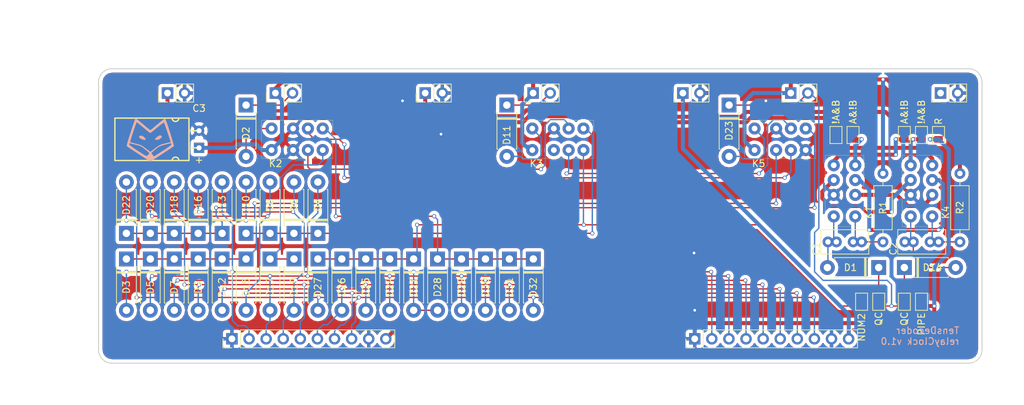
<source format=kicad_pcb>
(kicad_pcb (version 4) (host pcbnew 4.0.4+e1-6308~48~ubuntu16.04.1-stable)
  (layers (0 F.Cu signal) (31 B.Cu signal) (34 B.Paste user) (35 F.Paste user) (36 B.SilkS user) (37 F.SilkS user) (38 B.Mask user) (39 F.Mask user) (44 Edge.Cuts user))
  (net 0 "")
  (net 1 "Net-(C1-Pad1)")
  (net 2 "Net-(C1-Pad2)")
  (net 3 "Net-(C2-Pad1)")
  (net 4 "Net-(C2-Pad2)")
  (net 5 A)
  (net 6 QA)
  (net 7 "Net-(D2-Pad2)")
  (net 8 NUM0)
  (net 9 NUM4)
  (net 10 B)
  (net 11 C)
  (net 12 F)
  (net 13 D)
  (net 14 G)
  (net 15 QB)
  (net 16 "Net-(D11-Pad2)")
  (net 17 E)
  (net 18 NUM5)
  (net 19 NUM1)
  (net 20 NUM2)
  (net 21 QC)
  (net 22 "Net-(D23-Pad2)")
  (net 23 NUM3)
  (net 24 +12V)
  (net 25 RESET)
  (net 26 GND)
  (net 27 A&!B_POS)
  (net 28 !A&B_POS)
  (net 29 A&!B)
  (net 30 !A&B)
  (net 31 "Net-(K1-Pad2)")
  (net 32 "Net-(K1-Pad3)")
  (net 33 "Net-(K1-Pad6)")
  (net 34 "Net-(K2-Pad3)")
  (net 35 "Net-(K2-Pad6)")
  (net 36 "Net-(K3-Pad3)")
  (net 37 CLK1)
  (net 38 CLK2)
  (net 39 PIPE)
  (net 40 X)
  (net 41 Y)
  (module Resistor_THT:R_Axial_DIN0207_L6.3mm_D2.5mm_P10.16mm_Horizontal (layer F.Cu) (at 216.535 115.57 270)
    (fp_text reference R1 (at 5.08 0 270) (layer F.SilkS))
    (fp_text value 100R)
    (pad 1 thru_hole circle (at 0 0 270) (size 1.6 1.6) (drill 0.8) (layers *.Cu *.Mask) (net 24 +12V))
    (pad 2 thru_hole oval (at 10.16 0 270) (size 1.6 1.6) (drill 0.8) (layers *.Cu *.Mask) (net 1 "Net-(C1-Pad1)"))
  )
  (module Connector_PinHeader_2.54mm:PinHeader_1x10_P2.54mm_Vertical (layer F.Cu) (at 119.82 140.13 90)
    (fp_text reference J8 hide)
    (fp_text value Conn_01x10 hide)
    (pad 1 thru_hole rect (at 0 0 90) (size 1.7 1.7) (drill 1) (layers *.Cu *.Mask) (net 26 GND))
    (pad 2 thru_hole oval (at 0 2.54 90) (size 1.7 1.7) (drill 1) (layers *.Cu *.Mask) (net 5 A))
    (pad 3 thru_hole oval (at 0 5.08 90) (size 1.7 1.7) (drill 1) (layers *.Cu *.Mask) (net 10 B))
    (pad 4 thru_hole oval (at 0 7.62 90) (size 1.7 1.7) (drill 1) (layers *.Cu *.Mask) (net 11 C))
    (pad 5 thru_hole oval (at 0 10.16 90) (size 1.7 1.7) (drill 1) (layers *.Cu *.Mask) (net 13 D))
    (pad 6 thru_hole oval (at 0 12.7 90) (size 1.7 1.7) (drill 1) (layers *.Cu *.Mask) (net 17 E))
    (pad 7 thru_hole oval (at 0 15.24 90) (size 1.7 1.7) (drill 1) (layers *.Cu *.Mask) (net 12 F))
    (pad 8 thru_hole oval (at 0 17.78 90) (size 1.7 1.7) (drill 1) (layers *.Cu *.Mask) (net 14 G))
    (pad 9 thru_hole oval (at 0 20.32 90) (size 1.7 1.7) (drill 1) (layers *.Cu *.Mask) (net 26 GND))
    (pad 10 thru_hole oval (at 0 22.86 90) (size 1.7 1.7) (drill 1) (layers *.Cu *.Mask) (net 39 PIPE))
  )
  (module Connector_PinHeader_2.54mm:PinHeader_1x10_P2.54mm_Vertical (layer F.Cu) (at 188.57 140.13 90)
    (fp_text reference J9 hide)
    (fp_text value Conn_01x10 hide)
    (pad 1 thru_hole rect (at 0 0 90) (size 1.7 1.7) (drill 1) (layers *.Cu *.Mask) (net 26 GND))
    (pad 2 thru_hole oval (at 0 2.54 90) (size 1.7 1.7) (drill 1) (layers *.Cu *.Mask) (net 5 A))
    (pad 3 thru_hole oval (at 0 5.08 90) (size 1.7 1.7) (drill 1) (layers *.Cu *.Mask) (net 10 B))
    (pad 4 thru_hole oval (at 0 7.62 90) (size 1.7 1.7) (drill 1) (layers *.Cu *.Mask) (net 11 C))
    (pad 5 thru_hole oval (at 0 10.16 90) (size 1.7 1.7) (drill 1) (layers *.Cu *.Mask) (net 13 D))
    (pad 6 thru_hole oval (at 0 12.7 90) (size 1.7 1.7) (drill 1) (layers *.Cu *.Mask) (net 17 E))
    (pad 7 thru_hole oval (at 0 15.24 90) (size 1.7 1.7) (drill 1) (layers *.Cu *.Mask) (net 12 F))
    (pad 8 thru_hole oval (at 0 17.78 90) (size 1.7 1.7) (drill 1) (layers *.Cu *.Mask) (net 14 G))
    (pad 9 thru_hole oval (at 0 20.32 90) (size 1.7 1.7) (drill 1) (layers *.Cu *.Mask) (net 26 GND))
    (pad 10 thru_hole oval (at 0 22.86 90) (size 1.7 1.7) (drill 1) (layers *.Cu *.Mask) (net 38 CLK2))
  )
  (module Jumper:SolderJumper_01x02 (layer F.Cu) (at 215.9 134.62 90)
    (fp_text reference JP1 hide)
    (fp_text value Jumper hide)
    (pad 1 smd rect (at -0.64 0 180) (size 1.27 0.97) (layers F.Cu F.Paste F.Mask) (net 21 QC))
    (pad 2 smd rect (at 0.64 0 180) (size 1.27 0.97) (layers F.Cu F.Paste F.Mask) (net 40 X))
  )
  (module Jumper:SolderJumper_01x02 (layer F.Cu) (at 212.09 109.855 90)
    (fp_text reference JP2 hide)
    (fp_text value Jumper hide)
    (pad 1 smd rect (at -0.64 0 180) (size 1.27 0.97) (layers F.Cu F.Paste F.Mask) (net 27 A&!B_POS))
    (pad 2 smd rect (at 0.64 0 180) (size 1.27 0.97) (layers F.Cu F.Paste F.Mask) (net 37 CLK1))
  )
  (module Jumper:SolderJumper_01x02 (layer F.Cu) (at 213.36 134.62 90)
    (fp_text reference JP3 hide)
    (fp_text value Jumper hide)
    (pad 1 smd rect (at -0.64 0 180) (size 1.27 0.97) (layers F.Cu F.Paste F.Mask) (net 20 NUM2))
    (pad 2 smd rect (at 0.64 0 180) (size 1.27 0.97) (layers F.Cu F.Paste F.Mask) (net 40 X))
  )
  (module Jumper:SolderJumper_01x02 (layer F.Cu) (at 209.55 109.855 90)
    (fp_text reference JP4 hide)
    (fp_text value Jumper hide)
    (pad 1 smd rect (at -0.64 0 180) (size 1.27 0.97) (layers F.Cu F.Paste F.Mask) (net 28 !A&B_POS))
    (pad 2 smd rect (at 0.64 0 180) (size 1.27 0.97) (layers F.Cu F.Paste F.Mask) (net 37 CLK1))
  )
  (module Jumper:SolderJumper_01x02 (layer F.Cu) (at 219.71 134.62 90)
    (fp_text reference JP5 hide)
    (fp_text value Jumper hide)
    (pad 1 smd rect (at -0.64 0 180) (size 1.27 0.97) (layers F.Cu F.Paste F.Mask) (net 21 QC))
    (pad 2 smd rect (at 0.64 0 180) (size 1.27 0.97) (layers F.Cu F.Paste F.Mask) (net 41 Y))
  )
  (module Jumper:SolderJumper_01x02 (layer F.Cu) (at 219.71 109.855 90)
    (fp_text reference JP6 hide)
    (fp_text value Jumper hide)
    (pad 1 smd rect (at -0.64 0 180) (size 1.27 0.97) (layers F.Cu F.Paste F.Mask) (net 29 A&!B))
    (pad 2 smd rect (at 0.64 0 180) (size 1.27 0.97) (layers F.Cu F.Paste F.Mask) (net 25 RESET))
  )
  (module Jumper:SolderJumper_01x02 (layer F.Cu) (at 222.25 134.62 90)
    (fp_text reference JP7 hide)
    (fp_text value Jumper hide)
    (pad 1 smd rect (at -0.64 0 180) (size 1.27 0.97) (layers F.Cu F.Paste F.Mask) (net 39 PIPE))
    (pad 2 smd rect (at 0.64 0 180) (size 1.27 0.97) (layers F.Cu F.Paste F.Mask) (net 41 Y))
  )
  (module Jumper:SolderJumper_01x02 (layer F.Cu) (at 222.25 109.855 90)
    (fp_text reference JP8 hide)
    (fp_text value Jumper hide)
    (pad 1 smd rect (at -0.64 0 180) (size 1.27 0.97) (layers F.Cu F.Paste F.Mask) (net 30 !A&B))
    (pad 2 smd rect (at 0.64 0 180) (size 1.27 0.97) (layers F.Cu F.Paste F.Mask) (net 25 RESET))
  )
  (module Jumper:SolderJumper_01x02 (layer F.Cu) (at 224.79 109.855 90)
    (fp_text reference JP9 hide)
    (fp_text value Jumper hide)
    (pad 1 smd rect (at -0.64 0 180) (size 1.27 0.97) (layers F.Cu F.Paste F.Mask) (net 39 PIPE))
    (pad 2 smd rect (at 0.64 0 180) (size 1.27 0.97) (layers F.Cu F.Paste F.Mask) (net 25 RESET))
  )
  (module Resistor_THT:R_Axial_DIN0207_L6.3mm_D2.5mm_P10.16mm_Horizontal (layer F.Cu) (at 227.965 115.57 270)
    (fp_text reference R2 (at 5.08 0 270) (layer F.SilkS))
    (fp_text value 100R)
    (pad 1 thru_hole circle (at 0 0 270) (size 1.6 1.6) (drill 0.8) (layers *.Cu *.Mask) (net 24 +12V))
    (pad 2 thru_hole oval (at 10.16 0 270) (size 1.6 1.6) (drill 0.8) (layers *.Cu *.Mask) (net 3 "Net-(C2-Pad1)"))
  )
  (module Capacitor_THT:C_Rect_L7.0mm_W3.5mm_P2.50mm_P5.00mm (layer F.Cu) (at 213.36 125.73 180)
    (fp_text reference C1 (at 6.731 -1.016 270) (layer F.SilkS))
    (fp_text value CP)
    (pad 1 thru_hole circle (at 1.25 0 180) (size 1.6 1.6) (drill 0.8) (layers *.Cu *.Mask) (net 1 "Net-(C1-Pad1)"))
    (pad 2 thru_hole circle (at 3.75 0 180) (size 1.6 1.6) (drill 0.8) (layers *.Cu *.Mask) (net 2 "Net-(C1-Pad2)"))
    (pad 1 thru_hole circle (at 0 0 180) (size 1.6 1.6) (drill 0.8) (layers *.Cu *.Mask) (net 1 "Net-(C1-Pad1)"))
    (pad 2 thru_hole circle (at 5 0 180) (size 1.6 1.6) (drill 0.8) (layers *.Cu *.Mask) (net 2 "Net-(C1-Pad2)"))
  )
  (module Capacitor_THT:C_Rect_L7.0mm_W3.5mm_P2.50mm_P5.00mm (layer F.Cu) (at 224.79 125.73 180)
    (fp_text reference C2 (at 6.731 -1.016 270) (layer F.SilkS))
    (fp_text value CP)
    (pad 1 thru_hole circle (at 1.25 0 180) (size 1.6 1.6) (drill 0.8) (layers *.Cu *.Mask) (net 3 "Net-(C2-Pad1)"))
    (pad 2 thru_hole circle (at 3.75 0 180) (size 1.6 1.6) (drill 0.8) (layers *.Cu *.Mask) (net 4 "Net-(C2-Pad2)"))
    (pad 1 thru_hole circle (at 0 0 180) (size 1.6 1.6) (drill 0.8) (layers *.Cu *.Mask) (net 3 "Net-(C2-Pad1)"))
    (pad 2 thru_hole circle (at 5 0 180) (size 1.6 1.6) (drill 0.8) (layers *.Cu *.Mask) (net 4 "Net-(C2-Pad2)"))
  )
  (module Connector_PinHeader_2.54mm:PinHeader_1x02_P2.54mm_Vertical (layer F.Cu) (at 110.25 103.62 90)
    (fp_text reference J1 hide)
    (fp_text value Conn_01x02 hide)
    (pad 1 thru_hole rect (at 0 0 90) (size 1.7 1.7) (drill 1) (layers *.Cu *.Mask) (net 37 CLK1))
    (pad 2 thru_hole oval (at 0 2.54 90) (size 1.7 1.7) (drill 1) (layers *.Cu *.Mask) (net 26 GND))
  )
  (module Connector_PinHeader_2.54mm:PinHeader_1x02_P2.54mm_Vertical (layer F.Cu) (at 126.28 103.62 90)
    (fp_text reference J2 hide)
    (fp_text value Conn_01x02 hide)
    (pad 1 thru_hole rect (at 0 0 90) (size 1.7 1.7) (drill 1) (layers *.Cu *.Mask) (net 24 +12V))
    (pad 2 thru_hole oval (at 0 2.54 90) (size 1.7 1.7) (drill 1) (layers *.Cu *.Mask) (net 6 QA))
  )
  (module Connector_PinHeader_2.54mm:PinHeader_1x02_P2.54mm_Vertical (layer F.Cu) (at 164.56 103.62 90)
    (fp_text reference J3 hide)
    (fp_text value Conn_01x02 hide)
    (pad 1 thru_hole rect (at 0 0 90) (size 1.7 1.7) (drill 1) (layers *.Cu *.Mask) (net 24 +12V))
    (pad 2 thru_hole oval (at 0 2.54 90) (size 1.7 1.7) (drill 1) (layers *.Cu *.Mask) (net 15 QB))
  )
  (module Connector_PinHeader_2.54mm:PinHeader_1x02_P2.54mm_Vertical (layer F.Cu) (at 202.84 103.62 90)
    (fp_text reference J4 hide)
    (fp_text value Conn_01x02 hide)
    (pad 1 thru_hole rect (at 0 0 90) (size 1.7 1.7) (drill 1) (layers *.Cu *.Mask) (net 24 +12V))
    (pad 2 thru_hole oval (at 0 2.54 90) (size 1.7 1.7) (drill 1) (layers *.Cu *.Mask) (net 21 QC))
  )
  (module Connector_PinHeader_2.54mm:PinHeader_1x02_P2.54mm_Vertical (layer F.Cu) (at 148.53 103.62 90)
    (fp_text reference J5 hide)
    (fp_text value Conn_01x02 hide)
    (pad 1 thru_hole rect (at 0 0 90) (size 1.7 1.7) (drill 1) (layers *.Cu *.Mask) (net 25 RESET))
    (pad 2 thru_hole oval (at 0 2.54 90) (size 1.7 1.7) (drill 1) (layers *.Cu *.Mask) (net 26 GND))
  )
  (module Connector_PinHeader_2.54mm:PinHeader_1x02_P2.54mm_Vertical (layer F.Cu) (at 186.81 103.62 90)
    (fp_text reference J6 hide)
    (fp_text value Conn_01x02 hide)
    (pad 1 thru_hole rect (at 0 0 90) (size 1.7 1.7) (drill 1) (layers *.Cu *.Mask) (net 38 CLK2))
    (pad 2 thru_hole oval (at 0 2.54 90) (size 1.7 1.7) (drill 1) (layers *.Cu *.Mask) (net 26 GND))
  )
  (module Connector_PinHeader_2.54mm:PinHeader_1x02_P2.54mm_Vertical (layer F.Cu) (at 225.09 103.62 90)
    (fp_text reference J7 hide)
    (fp_text value Conn_01x02 hide)
    (pad 1 thru_hole rect (at 0 0 90) (size 1.7 1.7) (drill 1) (layers *.Cu *.Mask))
    (pad 2 thru_hole oval (at 0 2.54 90) (size 1.7 1.7) (drill 1) (layers *.Cu *.Mask) (net 26 GND))
  )
  (module Diode_THT:D_DO-41_SOD81_P7.62mm_Horizontal (layer F.Cu) (at 215.9 129.54 180)
    (fp_text reference D1 (at 4.191 0 180) (layer F.SilkS))
    (fp_text value D)
    (pad 1 thru_hole rect (at 0 0 180) (size 2.2 2.2) (drill 1.1) (layers *.Cu *.Mask) (net 40 X))
    (pad 2 thru_hole oval (at 7.62 0 180) (size 2.2 2.2) (drill 1.1) (layers *.Cu *.Mask) (net 2 "Net-(C1-Pad2)"))
  )
  (module Diode_THT:D_DO-41_SOD81_P7.62mm_Horizontal (layer F.Cu) (at 121.92 105.41 270)
    (fp_text reference D2 (at 4.191 0 270) (layer F.SilkS))
    (fp_text value D)
    (pad 1 thru_hole rect (at 0 0 270) (size 2.2 2.2) (drill 1.1) (layers *.Cu *.Mask) (net 6 QA))
    (pad 2 thru_hole oval (at 7.62 0 270) (size 2.2 2.2) (drill 1.1) (layers *.Cu *.Mask) (net 7 "Net-(D2-Pad2)"))
  )
  (module Diode_THT:D_DO-41_SOD81_P7.62mm_Horizontal (layer F.Cu) (at 104.14 128.27 270)
    (fp_text reference D3 (at 4.191 0 270) (layer F.SilkS))
    (fp_text value D)
    (pad 1 thru_hole rect (at 0 0 270) (size 2.2 2.2) (drill 1.1) (layers *.Cu *.Mask) (net 8 NUM0))
    (pad 2 thru_hole oval (at 7.62 0 270) (size 2.2 2.2) (drill 1.1) (layers *.Cu *.Mask) (net 5 A))
  )
  (module Diode_THT:D_DO-41_SOD81_P7.62mm_Horizontal (layer F.Cu) (at 132.588 124.46 90)
    (fp_text reference D4 (at 4.191 0 90) (layer F.SilkS))
    (fp_text value D)
    (pad 1 thru_hole rect (at 0 0 90) (size 2.2 2.2) (drill 1.1) (layers *.Cu *.Mask) (net 9 NUM4))
    (pad 2 thru_hole oval (at 7.62 0 90) (size 2.2 2.2) (drill 1.1) (layers *.Cu *.Mask) (net 10 B))
  )
  (module Diode_THT:D_DO-41_SOD81_P7.62mm_Horizontal (layer F.Cu) (at 107.696 128.27 270)
    (fp_text reference D5 (at 4.191 0 270) (layer F.SilkS))
    (fp_text value D)
    (pad 1 thru_hole rect (at 0 0 270) (size 2.2 2.2) (drill 1.1) (layers *.Cu *.Mask) (net 8 NUM0))
    (pad 2 thru_hole oval (at 7.62 0 270) (size 2.2 2.2) (drill 1.1) (layers *.Cu *.Mask) (net 10 B))
  )
  (module Diode_THT:D_DO-41_SOD81_P7.62mm_Horizontal (layer F.Cu) (at 129.032 124.46 90)
    (fp_text reference D6 (at 4.191 0 90) (layer F.SilkS))
    (fp_text value D)
    (pad 1 thru_hole rect (at 0 0 90) (size 2.2 2.2) (drill 1.1) (layers *.Cu *.Mask) (net 9 NUM4))
    (pad 2 thru_hole oval (at 7.62 0 90) (size 2.2 2.2) (drill 1.1) (layers *.Cu *.Mask) (net 11 C))
  )
  (module Diode_THT:D_DO-41_SOD81_P7.62mm_Horizontal (layer F.Cu) (at 111.252 128.27 270)
    (fp_text reference D7 (at 4.191 0 270) (layer F.SilkS))
    (fp_text value D)
    (pad 1 thru_hole rect (at 0 0 270) (size 2.2 2.2) (drill 1.1) (layers *.Cu *.Mask) (net 8 NUM0))
    (pad 2 thru_hole oval (at 7.62 0 270) (size 2.2 2.2) (drill 1.1) (layers *.Cu *.Mask) (net 11 C))
  )
  (module Diode_THT:D_DO-41_SOD81_P7.62mm_Horizontal (layer F.Cu) (at 125.476 124.46 90)
    (fp_text reference D8 (at 4.191 0 90) (layer F.SilkS))
    (fp_text value D)
    (pad 1 thru_hole rect (at 0 0 90) (size 2.2 2.2) (drill 1.1) (layers *.Cu *.Mask) (net 9 NUM4))
    (pad 2 thru_hole oval (at 7.62 0 90) (size 2.2 2.2) (drill 1.1) (layers *.Cu *.Mask) (net 12 F))
  )
  (module Diode_THT:D_DO-41_SOD81_P7.62mm_Horizontal (layer F.Cu) (at 114.808 128.27 270)
    (fp_text reference D9 (at 4.191 0 270) (layer F.SilkS))
    (fp_text value D)
    (pad 1 thru_hole rect (at 0 0 270) (size 2.2 2.2) (drill 1.1) (layers *.Cu *.Mask) (net 8 NUM0))
    (pad 2 thru_hole oval (at 7.62 0 270) (size 2.2 2.2) (drill 1.1) (layers *.Cu *.Mask) (net 13 D))
  )
  (module Diode_THT:D_DO-41_SOD81_P7.62mm_Horizontal (layer F.Cu) (at 121.92 124.46 90)
    (fp_text reference D10 (at 4.191 0 90) (layer F.SilkS))
    (fp_text value D)
    (pad 1 thru_hole rect (at 0 0 90) (size 2.2 2.2) (drill 1.1) (layers *.Cu *.Mask) (net 9 NUM4))
    (pad 2 thru_hole oval (at 7.62 0 90) (size 2.2 2.2) (drill 1.1) (layers *.Cu *.Mask) (net 14 G))
  )
  (module Diode_THT:D_DO-41_SOD81_P7.62mm_Horizontal (layer F.Cu) (at 160.655 105.41 270)
    (fp_text reference D11 (at 4.445 0 270) (layer F.SilkS))
    (fp_text value D)
    (pad 1 thru_hole rect (at 0 0 270) (size 2.2 2.2) (drill 1.1) (layers *.Cu *.Mask) (net 15 QB))
    (pad 2 thru_hole oval (at 7.62 0 270) (size 2.2 2.2) (drill 1.1) (layers *.Cu *.Mask) (net 16 "Net-(D11-Pad2)"))
  )
  (module Diode_THT:D_DO-41_SOD81_P7.62mm_Horizontal (layer F.Cu) (at 118.364 128.27 270)
    (fp_text reference D12 (at 4.191 0 270) (layer F.SilkS))
    (fp_text value D)
    (pad 1 thru_hole rect (at 0 0 270) (size 2.2 2.2) (drill 1.1) (layers *.Cu *.Mask) (net 8 NUM0))
    (pad 2 thru_hole oval (at 7.62 0 270) (size 2.2 2.2) (drill 1.1) (layers *.Cu *.Mask) (net 17 E))
  )
  (module Diode_THT:D_DO-41_SOD81_P7.62mm_Horizontal (layer F.Cu) (at 118.364 124.46 90)
    (fp_text reference D13 (at 4.191 0 90) (layer F.SilkS))
    (fp_text value D)
    (pad 1 thru_hole rect (at 0 0 90) (size 2.2 2.2) (drill 1.1) (layers *.Cu *.Mask) (net 18 NUM5))
    (pad 2 thru_hole oval (at 7.62 0 90) (size 2.2 2.2) (drill 1.1) (layers *.Cu *.Mask) (net 5 A))
  )
  (module Diode_THT:D_DO-41_SOD81_P7.62mm_Horizontal (layer F.Cu) (at 219.71 129.54)
    (fp_text reference D14 (at 4.191 0) (layer F.SilkS))
    (fp_text value D)
    (pad 1 thru_hole rect (at 0 0) (size 2.2 2.2) (drill 1.1) (layers *.Cu *.Mask) (net 41 Y))
    (pad 2 thru_hole oval (at 7.62 0) (size 2.2 2.2) (drill 1.1) (layers *.Cu *.Mask) (net 4 "Net-(C2-Pad2)"))
  )
  (module Diode_THT:D_DO-41_SOD81_P7.62mm_Horizontal (layer F.Cu) (at 121.92 128.27 270)
    (fp_text reference D15 (at 4.191 0 270) (layer F.SilkS))
    (fp_text value D)
    (pad 1 thru_hole rect (at 0 0 270) (size 2.2 2.2) (drill 1.1) (layers *.Cu *.Mask) (net 8 NUM0))
    (pad 2 thru_hole oval (at 7.62 0 270) (size 2.2 2.2) (drill 1.1) (layers *.Cu *.Mask) (net 12 F))
  )
  (module Diode_THT:D_DO-41_SOD81_P7.62mm_Horizontal (layer F.Cu) (at 114.808 124.46 90)
    (fp_text reference D16 (at 4.191 0 90) (layer F.SilkS))
    (fp_text value D)
    (pad 1 thru_hole rect (at 0 0 90) (size 2.2 2.2) (drill 1.1) (layers *.Cu *.Mask) (net 18 NUM5))
    (pad 2 thru_hole oval (at 7.62 0 90) (size 2.2 2.2) (drill 1.1) (layers *.Cu *.Mask) (net 11 C))
  )
  (module Diode_THT:D_DO-41_SOD81_P7.62mm_Horizontal (layer F.Cu) (at 125.476 128.27 270)
    (fp_text reference D17 (at 4.191 0 270) (layer F.SilkS))
    (fp_text value D)
    (pad 1 thru_hole rect (at 0 0 270) (size 2.2 2.2) (drill 1.1) (layers *.Cu *.Mask) (net 19 NUM1))
    (pad 2 thru_hole oval (at 7.62 0 270) (size 2.2 2.2) (drill 1.1) (layers *.Cu *.Mask) (net 10 B))
  )
  (module Diode_THT:D_DO-41_SOD81_P7.62mm_Horizontal (layer F.Cu) (at 111.252 124.46 90)
    (fp_text reference D18 (at 4.191 0 90) (layer F.SilkS))
    (fp_text value D)
    (pad 1 thru_hole rect (at 0 0 90) (size 2.2 2.2) (drill 1.1) (layers *.Cu *.Mask) (net 18 NUM5))
    (pad 2 thru_hole oval (at 7.62 0 90) (size 2.2 2.2) (drill 1.1) (layers *.Cu *.Mask) (net 13 D))
  )
  (module Diode_THT:D_DO-41_SOD81_P7.62mm_Horizontal (layer F.Cu) (at 129.032 128.27 270)
    (fp_text reference D19 (at 4.191 0 270) (layer F.SilkS))
    (fp_text value D)
    (pad 1 thru_hole rect (at 0 0 270) (size 2.2 2.2) (drill 1.1) (layers *.Cu *.Mask) (net 19 NUM1))
    (pad 2 thru_hole oval (at 7.62 0 270) (size 2.2 2.2) (drill 1.1) (layers *.Cu *.Mask) (net 11 C))
  )
  (module Diode_THT:D_DO-41_SOD81_P7.62mm_Horizontal (layer F.Cu) (at 107.696 124.46 90)
    (fp_text reference D20 (at 4.191 0 90) (layer F.SilkS))
    (fp_text value D)
    (pad 1 thru_hole rect (at 0 0 90) (size 2.2 2.2) (drill 1.1) (layers *.Cu *.Mask) (net 18 NUM5))
    (pad 2 thru_hole oval (at 7.62 0 90) (size 2.2 2.2) (drill 1.1) (layers *.Cu *.Mask) (net 12 F))
  )
  (module Diode_THT:D_DO-41_SOD81_P7.62mm_Horizontal (layer F.Cu) (at 146.812 128.27 270)
    (fp_text reference D21 (at 4.191 0 270) (layer F.SilkS))
    (fp_text value D)
    (pad 1 thru_hole rect (at 0 0 270) (size 2.2 2.2) (drill 1.1) (layers *.Cu *.Mask) (net 20 NUM2))
    (pad 2 thru_hole oval (at 7.62 0 270) (size 2.2 2.2) (drill 1.1) (layers *.Cu *.Mask) (net 5 A))
  )
  (module Diode_THT:D_DO-41_SOD81_P7.62mm_Horizontal (layer F.Cu) (at 104.14 124.46 90)
    (fp_text reference D22 (at 4.191 0 90) (layer F.SilkS))
    (fp_text value D)
    (pad 1 thru_hole rect (at 0 0 90) (size 2.2 2.2) (drill 1.1) (layers *.Cu *.Mask) (net 18 NUM5))
    (pad 2 thru_hole oval (at 7.62 0 90) (size 2.2 2.2) (drill 1.1) (layers *.Cu *.Mask) (net 14 G))
  )
  (module Diode_THT:D_DO-41_SOD81_P7.62mm_Horizontal (layer F.Cu) (at 193.675 105.41 270)
    (fp_text reference D23 (at 3.81 0 270) (layer F.SilkS))
    (fp_text value D)
    (pad 1 thru_hole rect (at 0 0 270) (size 2.2 2.2) (drill 1.1) (layers *.Cu *.Mask) (net 21 QC))
    (pad 2 thru_hole oval (at 7.62 0 270) (size 2.2 2.2) (drill 1.1) (layers *.Cu *.Mask) (net 22 "Net-(D23-Pad2)"))
  )
  (module Diode_THT:D_DO-41_SOD81_P7.62mm_Horizontal (layer F.Cu) (at 143.256 128.27 270)
    (fp_text reference D24 (at 4.191 0 270) (layer F.SilkS))
    (fp_text value D)
    (pad 1 thru_hole rect (at 0 0 270) (size 2.2 2.2) (drill 1.1) (layers *.Cu *.Mask) (net 20 NUM2))
    (pad 2 thru_hole oval (at 7.62 0 270) (size 2.2 2.2) (drill 1.1) (layers *.Cu *.Mask) (net 10 B))
  )
  (module Diode_THT:D_DO-41_SOD81_P7.62mm_Horizontal (layer F.Cu) (at 139.7 128.27 270)
    (fp_text reference D25 (at 4.191 0 270) (layer F.SilkS))
    (fp_text value D)
    (pad 1 thru_hole rect (at 0 0 270) (size 2.2 2.2) (drill 1.1) (layers *.Cu *.Mask) (net 20 NUM2))
    (pad 2 thru_hole oval (at 7.62 0 270) (size 2.2 2.2) (drill 1.1) (layers *.Cu *.Mask) (net 13 D))
  )
  (module Diode_THT:D_DO-41_SOD81_P7.62mm_Horizontal (layer F.Cu) (at 136.144 128.27 270)
    (fp_text reference D26 (at 4.191 0 270) (layer F.SilkS))
    (fp_text value D)
    (pad 1 thru_hole rect (at 0 0 270) (size 2.2 2.2) (drill 1.1) (layers *.Cu *.Mask) (net 20 NUM2))
    (pad 2 thru_hole oval (at 7.62 0 270) (size 2.2 2.2) (drill 1.1) (layers *.Cu *.Mask) (net 17 E))
  )
  (module Diode_THT:D_DO-41_SOD81_P7.62mm_Horizontal (layer F.Cu) (at 132.588 128.27 270)
    (fp_text reference D27 (at 4.191 0 270) (layer F.SilkS))
    (fp_text value D)
    (pad 1 thru_hole rect (at 0 0 270) (size 2.2 2.2) (drill 1.1) (layers *.Cu *.Mask) (net 20 NUM2))
    (pad 2 thru_hole oval (at 7.62 0 270) (size 2.2 2.2) (drill 1.1) (layers *.Cu *.Mask) (net 14 G))
  )
  (module Diode_THT:D_DO-41_SOD81_P7.62mm_Horizontal (layer F.Cu) (at 150.368 128.27 270)
    (fp_text reference D28 (at 4.191 0 270) (layer F.SilkS))
    (fp_text value D)
    (pad 1 thru_hole rect (at 0 0 270) (size 2.2 2.2) (drill 1.1) (layers *.Cu *.Mask) (net 23 NUM3))
    (pad 2 thru_hole oval (at 7.62 0 270) (size 2.2 2.2) (drill 1.1) (layers *.Cu *.Mask) (net 5 A))
  )
  (module Diode_THT:D_DO-41_SOD81_P7.62mm_Horizontal (layer F.Cu) (at 153.924 128.27 270)
    (fp_text reference D29 (at 4.191 0 270) (layer F.SilkS))
    (fp_text value D)
    (pad 1 thru_hole rect (at 0 0 270) (size 2.2 2.2) (drill 1.1) (layers *.Cu *.Mask) (net 23 NUM3))
    (pad 2 thru_hole oval (at 7.62 0 270) (size 2.2 2.2) (drill 1.1) (layers *.Cu *.Mask) (net 10 B))
  )
  (module Diode_THT:D_DO-41_SOD81_P7.62mm_Horizontal (layer F.Cu) (at 157.48 128.27 270)
    (fp_text reference D30 (at 4.191 0 270) (layer F.SilkS))
    (fp_text value D)
    (pad 1 thru_hole rect (at 0 0 270) (size 2.2 2.2) (drill 1.1) (layers *.Cu *.Mask) (net 23 NUM3))
    (pad 2 thru_hole oval (at 7.62 0 270) (size 2.2 2.2) (drill 1.1) (layers *.Cu *.Mask) (net 11 C))
  )
  (module Diode_THT:D_DO-41_SOD81_P7.62mm_Horizontal (layer F.Cu) (at 161.036 128.27 270)
    (fp_text reference D31 (at 4.191 0 270) (layer F.SilkS))
    (fp_text value D)
    (pad 1 thru_hole rect (at 0 0 270) (size 2.2 2.2) (drill 1.1) (layers *.Cu *.Mask) (net 23 NUM3))
    (pad 2 thru_hole oval (at 7.62 0 270) (size 2.2 2.2) (drill 1.1) (layers *.Cu *.Mask) (net 13 D))
  )
  (module Diode_THT:D_DO-41_SOD81_P7.62mm_Horizontal (layer F.Cu) (at 164.592 128.27 270)
    (fp_text reference D32 (at 4.191 0 270) (layer F.SilkS))
    (fp_text value D)
    (pad 1 thru_hole rect (at 0 0 270) (size 2.2 2.2) (drill 1.1) (layers *.Cu *.Mask) (net 23 NUM3))
    (pad 2 thru_hole oval (at 7.62 0 270) (size 2.2 2.2) (drill 1.1) (layers *.Cu *.Mask) (net 14 G))
  )
  (module relayclock:CP_Radial_D6.3mm_P2.50mm_W11.00mm_vertical (layer F.Cu) (at 114.935 110.49 180)
    (fp_text reference C3 (at 0 4.6 180) (layer F.SilkS))
    (fp_text value CP)
    (fp_text user + (at 0 -3.048 180) (layer F.SilkS))
    (pad 1 thru_hole rect (at 0 -1.27 180) (size 1.524 1.524) (drill 0.762) (layers *.Cu *.Mask) (net 24 +12V))
    (pad 2 thru_hole circle (at 0 1.27 180) (size 1.524 1.524) (drill 0.762) (layers *.Cu *.Mask) (net 26 GND))
  )
  (module relayclock:FOX (layer B.Cu) (at 106.68 114.3 180)
    (fp_text reference G*** hide)
    (fp_text value LOGO hide)
  )
  (module relayclock:FTR-B4_PTH (layer F.Cu) (at 200.66 110.49)
    (fp_text reference K5 (at -2.6 3.6 180) (layer F.SilkS))
    (fp_text value FTR-B4)
    (pad 1 thru_hole circle (at -3.2 1.6) (size 1.8 1.8) (drill 0.85) (layers *.Cu *.Mask) (net 24 +12V))
    (pad 2 thru_hole circle (at 0 1.6) (size 1.8 1.8) (drill 0.85) (layers *.Cu *.Mask) (net 8 NUM0))
    (pad 3 thru_hole circle (at 2.2 1.6) (size 1.8 1.8) (drill 0.85) (layers *.Cu *.Mask) (net 35 "Net-(K2-Pad6)"))
    (pad 4 thru_hole circle (at 4.4 1.6) (size 1.8 1.8) (drill 0.85) (layers *.Cu *.Mask) (net 26 GND))
    (pad 5 thru_hole circle (at 4.4 -1.6) (size 1.8 1.8) (drill 0.85) (layers *.Cu *.Mask) (net 18 NUM5))
    (pad 6 thru_hole circle (at 2.2 -1.6) (size 1.8 1.8) (drill 0.85) (layers *.Cu *.Mask) (net 36 "Net-(K3-Pad3)"))
    (pad 7 thru_hole circle (at 0 -1.6) (size 1.8 1.8) (drill 0.85) (layers *.Cu *.Mask) (net 26 GND))
    (pad 8 thru_hole circle (at -3.2 -1.6) (size 1.8 1.8) (drill 0.85) (layers *.Cu *.Mask) (net 22 "Net-(D23-Pad2)"))
  )
  (module relayclock:FTR-B4_PTH (layer F.Cu) (at 222.25 118.745 90)
    (fp_text reference K4 (at -2.6 3.6 270) (layer F.SilkS))
    (fp_text value FTR-B4)
    (pad 1 thru_hole circle (at -3.2 1.6 90) (size 1.8 1.8) (drill 0.85) (layers *.Cu *.Mask) (net 3 "Net-(C2-Pad1)"))
    (pad 2 thru_hole circle (at 0 1.6 90) (size 1.8 1.8) (drill 0.85) (layers *.Cu *.Mask) (net 31 "Net-(K1-Pad2)"))
    (pad 3 thru_hole circle (at 2.2 1.6 90) (size 1.8 1.8) (drill 0.85) (layers *.Cu *.Mask) (net 32 "Net-(K1-Pad3)"))
    (pad 4 thru_hole circle (at 4.4 1.6 90) (size 1.8 1.8) (drill 0.85) (layers *.Cu *.Mask) (net 28 !A&B_POS))
    (pad 5 thru_hole circle (at 4.4 -1.6 90) (size 1.8 1.8) (drill 0.85) (layers *.Cu *.Mask) (net 30 !A&B))
    (pad 6 thru_hole circle (at 2.2 -1.6 90) (size 1.8 1.8) (drill 0.85) (layers *.Cu *.Mask) (net 33 "Net-(K1-Pad6)"))
    (pad 7 thru_hole circle (at 0 -1.6 90) (size 1.8 1.8) (drill 0.85) (layers *.Cu *.Mask) (net 26 GND))
    (pad 8 thru_hole circle (at -3.2 -1.6 90) (size 1.8 1.8) (drill 0.85) (layers *.Cu *.Mask) (net 4 "Net-(C2-Pad2)"))
  )
  (module relayclock:FTR-B4_PTH (layer F.Cu) (at 128.905 110.49)
    (fp_text reference K2 (at -2.6 3.6 180) (layer F.SilkS))
    (fp_text value FTR-B4)
    (pad 1 thru_hole circle (at -3.2 1.6) (size 1.8 1.8) (drill 0.85) (layers *.Cu *.Mask) (net 24 +12V))
    (pad 2 thru_hole circle (at 0 1.6) (size 1.8 1.8) (drill 0.85) (layers *.Cu *.Mask) (net 26 GND))
    (pad 3 thru_hole circle (at 2.2 1.6) (size 1.8 1.8) (drill 0.85) (layers *.Cu *.Mask) (net 34 "Net-(K2-Pad3)"))
    (pad 4 thru_hole circle (at 4.4 1.6) (size 1.8 1.8) (drill 0.85) (layers *.Cu *.Mask) (net 19 NUM1))
    (pad 5 thru_hole circle (at 4.4 -1.6) (size 1.8 1.8) (drill 0.85) (layers *.Cu *.Mask) (net 23 NUM3))
    (pad 6 thru_hole circle (at 2.2 -1.6) (size 1.8 1.8) (drill 0.85) (layers *.Cu *.Mask) (net 35 "Net-(K2-Pad6)"))
    (pad 7 thru_hole circle (at 0 -1.6) (size 1.8 1.8) (drill 0.85) (layers *.Cu *.Mask) (net 26 GND))
    (pad 8 thru_hole circle (at -3.2 -1.6) (size 1.8 1.8) (drill 0.85) (layers *.Cu *.Mask) (net 7 "Net-(D2-Pad2)"))
  )
  (module relayclock:FTR-B4_PTH (layer F.Cu) (at 210.82 118.745 90)
    (fp_text reference K1 (at -2.6 3.6 270) (layer F.SilkS))
    (fp_text value FTR-B4)
    (pad 1 thru_hole circle (at -3.2 1.6 90) (size 1.8 1.8) (drill 0.85) (layers *.Cu *.Mask) (net 1 "Net-(C1-Pad1)"))
    (pad 2 thru_hole circle (at 0 1.6 90) (size 1.8 1.8) (drill 0.85) (layers *.Cu *.Mask) (net 31 "Net-(K1-Pad2)"))
    (pad 3 thru_hole circle (at 2.2 1.6 90) (size 1.8 1.8) (drill 0.85) (layers *.Cu *.Mask) (net 32 "Net-(K1-Pad3)"))
    (pad 4 thru_hole circle (at 4.4 1.6 90) (size 1.8 1.8) (drill 0.85) (layers *.Cu *.Mask) (net 27 A&!B_POS))
    (pad 5 thru_hole circle (at 4.4 -1.6 90) (size 1.8 1.8) (drill 0.85) (layers *.Cu *.Mask) (net 29 A&!B))
    (pad 6 thru_hole circle (at 2.2 -1.6 90) (size 1.8 1.8) (drill 0.85) (layers *.Cu *.Mask) (net 33 "Net-(K1-Pad6)"))
    (pad 7 thru_hole circle (at 0 -1.6 90) (size 1.8 1.8) (drill 0.85) (layers *.Cu *.Mask) (net 26 GND))
    (pad 8 thru_hole circle (at -3.2 -1.6 90) (size 1.8 1.8) (drill 0.85) (layers *.Cu *.Mask) (net 2 "Net-(C1-Pad2)"))
  )
  (module relayclock:FTR-B4_PTH (layer F.Cu) (at 167.64 110.49)
    (fp_text reference K3 (at -2.6 3.6 180) (layer F.SilkS))
    (fp_text value FTR-B4)
    (pad 1 thru_hole circle (at -3.2 1.6) (size 1.8 1.8) (drill 0.85) (layers *.Cu *.Mask) (net 24 +12V))
    (pad 2 thru_hole circle (at 0 1.6) (size 1.8 1.8) (drill 0.85) (layers *.Cu *.Mask))
    (pad 3 thru_hole circle (at 2.2 1.6) (size 1.8 1.8) (drill 0.85) (layers *.Cu *.Mask) (net 36 "Net-(K3-Pad3)"))
    (pad 4 thru_hole circle (at 4.4 1.6) (size 1.8 1.8) (drill 0.85) (layers *.Cu *.Mask) (net 20 NUM2))
    (pad 5 thru_hole circle (at 4.4 -1.6) (size 1.8 1.8) (drill 0.85) (layers *.Cu *.Mask) (net 9 NUM4))
    (pad 6 thru_hole circle (at 2.2 -1.6) (size 1.8 1.8) (drill 0.85) (layers *.Cu *.Mask) (net 34 "Net-(K2-Pad3)"))
    (pad 7 thru_hole circle (at 0 -1.6) (size 1.8 1.8) (drill 0.85) (layers *.Cu *.Mask) (net 26 GND))
    (pad 8 thru_hole circle (at -3.2 -1.6) (size 1.8 1.8) (drill 0.85) (layers *.Cu *.Mask) (net 16 "Net-(D11-Pad2)"))
  )
  (gr_text "TensDecoder\nrelayClock v1.0" (at 227.965 139.7) (layer B.SilkS) (effects (font (size 1 1)) (justify left mirror)))
  (gr_arc (start 229.25 141.75) (end 231.25 141.75) (angle 90) (layer Edge.Cuts) (width 0.15))
  (gr_arc (start 229.25 102) (end 229.25 100) (angle 90) (layer Edge.Cuts) (width 0.15))
  (gr_arc (start 102 141.75) (end 102 143.75) (angle 90) (layer Edge.Cuts) (width 0.15))
  (gr_arc (start 102 102) (end 100 102) (angle 90) (layer Edge.Cuts) (width 0.15))
  (gr_text PIPE (at 222.25 137.922 90) (layer F.SilkS) (effects (font (size 1 1))))
  (gr_text QC (at 219.71 137.16 90) (layer F.SilkS) (effects (font (size 1 1))))
  (gr_text NUM2 (at 213.36 138.43 90) (layer F.SilkS) (effects (font (size 1 1))))
  (gr_text QC (at 215.9 137.16 90) (layer F.SilkS) (effects (font (size 1 1))))
  (gr_text R (at 224.79 107.823 90) (layer F.SilkS) (effects (font (size 1 1))))
  (gr_text !A&B (at 222.25 106.426 90) (layer F.SilkS) (effects (font (size 1 1))))
  (gr_text A&!B (at 219.71 106.426 90) (layer F.SilkS) (effects (font (size 1 1))))
  (gr_text !A&B (at 209.55 106.426 90) (layer F.SilkS) (effects (font (size 1 1))))
  (gr_text A&!B (at 212.09 106.426 90) (layer F.SilkS) (effects (font (size 1 1))))
  (gr_line (start 100 141.75) (end 100 102) (angle 90) (layer Edge.Cuts) (width 0.15))
  (gr_line (start 229.25 143.75) (end 102 143.75) (angle 90) (layer Edge.Cuts) (width 0.15))
  (gr_line (start 231.25 102) (end 231.25 141.75) (angle 90) (layer Edge.Cuts) (width 0.15))
  (gr_line (start 102 100) (end 229.25 100) (angle 90) (layer Edge.Cuts) (width 0.15))
  (segment (start 212.42 121.945) (end 212.42 125.42) (width 0.2) (layer B.Cu) (net 1))
  (segment (start 212.42 125.42) (end 212.11 125.73) (width 0.2) (layer B.Cu) (net 1))
  (segment (start 212.11 125.73) (end 213.36 125.73) (width 0.2) (layer F.Cu) (net 1))
  (segment (start 213.36 125.73) (end 216.535 125.73) (width 0.2) (layer F.Cu) (net 1))
  (segment (start 209.22 121.945) (end 209.22 125.34) (width 0.2) (layer B.Cu) (net 2))
  (segment (start 209.22 125.34) (end 209.61 125.73) (width 0.2) (layer B.Cu) (net 2))
  (segment (start 208.36 125.73) (end 208.36 129.46) (width 0.2) (layer B.Cu) (net 2))
  (segment (start 208.36 129.46) (end 208.28 129.54) (width 0.2) (layer B.Cu) (net 2))
  (segment (start 208.36 125.73) (end 209.61 125.73) (width 0.2) (layer F.Cu) (net 2))
  (segment (start 223.85 121.945) (end 223.85 125.42) (width 0.2) (layer B.Cu) (net 3))
  (segment (start 223.85 125.42) (end 223.54 125.73) (width 0.2) (layer B.Cu) (net 3))
  (segment (start 224.79 125.73) (end 227.965 125.73) (width 0.2) (layer F.Cu) (net 3))
  (segment (start 223.54 125.73) (end 224.79 125.73) (width 0.2) (layer F.Cu) (net 3))
  (segment (start 220.65 121.945) (end 220.65 125.34) (width 0.2) (layer B.Cu) (net 4))
  (segment (start 220.65 125.34) (end 221.04 125.73) (width 0.2) (layer B.Cu) (net 4))
  (segment (start 221.04 125.73) (end 221.04 127.06) (width 0.2) (layer F.Cu) (net 4))
  (segment (start 223.52 129.54) (end 227.33 129.54) (width 0.2) (layer F.Cu) (net 4))
  (segment (start 221.04 127.06) (end 223.52 129.54) (width 0.2) (layer F.Cu) (net 4))
  (segment (start 219.79 125.73) (end 221.04 125.73) (width 0.2) (layer F.Cu) (net 4))
  (segment (start 146.812 130.175) (end 191.008 130.175) (width 0.2) (layer F.Cu) (net 5))
  (segment (start 191.11 130.277) (end 191.11 136.525) (width 0.2) (layer B.Cu) (net 5))
  (segment (start 191.11 136.525) (end 191.11 140.13) (width 0.2) (layer B.Cu) (net 5))
  (segment (start 191.008 130.175) (end 191.11 130.277) (width 0.2) (layer B.Cu) (net 5))
  (via (at 191.008 130.175) (size 0.6) (drill 0.4) (layers F.Cu B.Cu) (net 5))
  (segment (start 146.812 135.89) (end 150.368 135.89) (width 0.2) (layer F.Cu) (net 5))
  (segment (start 146.812 135.89) (end 146.812 130.175) (width 0.2) (layer B.Cu) (net 5))
  (segment (start 131.445 130.175) (end 119.888 130.175) (width 0.2) (layer F.Cu) (net 5))
  (segment (start 146.05 130.175) (end 131.445 130.175) (width 0.2) (layer F.Cu) (net 5))
  (segment (start 146.812 130.175) (end 146.05 130.175) (width 0.2) (layer F.Cu) (net 5))
  (via (at 146.812 130.175) (size 0.6) (drill 0.4) (layers F.Cu B.Cu) (net 5))
  (segment (start 119.888 130.175) (end 119.888 137.414) (width 0.2) (layer B.Cu) (net 5))
  (segment (start 122.36 138.743) (end 122.36 140.13) (width 0.2) (layer B.Cu) (net 5))
  (segment (start 121.793 138.176) (end 122.36 138.743) (width 0.2) (layer B.Cu) (net 5))
  (segment (start 120.65 138.176) (end 121.793 138.176) (width 0.2) (layer B.Cu) (net 5))
  (segment (start 119.888 137.414) (end 120.65 138.176) (width 0.2) (layer B.Cu) (net 5))
  (segment (start 118.364 116.84) (end 118.364 121.539) (width 0.2) (layer B.Cu) (net 5))
  (via (at 119.888 130.175) (size 0.6) (drill 0.4) (layers F.Cu B.Cu) (net 5))
  (segment (start 119.888 123.063) (end 119.888 130.175) (width 0.2) (layer B.Cu) (net 5))
  (segment (start 118.364 121.539) (end 119.888 123.063) (width 0.2) (layer B.Cu) (net 5))
  (segment (start 104.14 130.175) (end 104.14 135.89) (width 0.2) (layer B.Cu) (net 5))
  (segment (start 104.14 130.175) (end 117.475 130.175) (width 0.2) (layer F.Cu) (net 5))
  (via (at 104.14 130.175) (size 0.6) (drill 0.4) (layers F.Cu B.Cu) (net 5))
  (segment (start 119.888 130.175) (end 117.475 130.175) (width 0.2) (layer F.Cu) (net 5))
  (segment (start 121.92 105.41) (end 127.03 105.41) (width 0.2) (layer F.Cu) (net 6))
  (segment (start 127.03 105.41) (end 128.82 103.62) (width 0.2) (layer F.Cu) (net 6))
  (segment (start 128.82 102.785) (end 128.82 103.62) (width 0.2) (layer F.Cu) (net 6))
  (segment (start 125.705 108.89) (end 123.52 108.89) (width 0.2) (layer F.Cu) (net 7))
  (segment (start 123.02 109.39) (end 121.92 110.49) (width 0.2) (layer F.Cu) (net 7))
  (segment (start 121.92 110.49) (end 121.92 113.03) (width 0.2) (layer F.Cu) (net 7))
  (segment (start 123.52 108.89) (end 123.02 109.39) (width 0.2) (layer F.Cu) (net 7))
  (segment (start 104.14 128.27) (end 107.696 128.27) (width 0.2) (layer F.Cu) (net 8))
  (segment (start 107.696 128.27) (end 111.252 128.27) (width 0.2) (layer F.Cu) (net 8))
  (segment (start 111.252 128.27) (end 114.808 128.27) (width 0.2) (layer F.Cu) (net 8))
  (segment (start 114.808 128.27) (end 118.364 128.27) (width 0.2) (layer F.Cu) (net 8))
  (segment (start 118.364 128.27) (end 121.92 128.27) (width 0.2) (layer F.Cu) (net 8))
  (segment (start 123.19 120.015) (end 123.19 122.428) (width 0.2) (layer B.Cu) (net 8))
  (via (at 200.66 120.015) (size 0.6) (drill 0.4) (layers F.Cu B.Cu) (net 8))
  (segment (start 200.66 120.015) (end 123.19 120.015) (width 0.2) (layer F.Cu) (net 8))
  (via (at 123.19 120.015) (size 0.6) (drill 0.4) (layers F.Cu B.Cu) (net 8))
  (segment (start 200.66 111.59) (end 200.66 120.015) (width 0.2) (layer B.Cu) (net 8))
  (segment (start 123.444 126.746) (end 121.92 128.27) (width 0.2) (layer B.Cu) (net 8))
  (segment (start 123.444 122.682) (end 123.444 126.746) (width 0.2) (layer B.Cu) (net 8))
  (segment (start 123.19 122.428) (end 123.444 122.682) (width 0.2) (layer B.Cu) (net 8))
  (segment (start 121.92 124.46) (end 125.476 124.46) (width 0.2) (layer F.Cu) (net 9))
  (segment (start 125.476 124.46) (end 129.032 124.46) (width 0.2) (layer F.Cu) (net 9))
  (segment (start 129.032 124.46) (end 132.588 124.46) (width 0.2) (layer F.Cu) (net 9))
  (segment (start 172.04 109.39) (end 172.89 109.39) (width 0.2) (layer B.Cu) (net 9))
  (segment (start 172.89 109.39) (end 173.355 109.855) (width 0.2) (layer B.Cu) (net 9))
  (segment (start 173.355 109.855) (end 173.355 124.46) (width 0.2) (layer B.Cu) (net 9))
  (via (at 173.355 124.46) (size 0.6) (drill 0.4) (layers F.Cu B.Cu) (net 9))
  (segment (start 173.355 124.46) (end 137.795 124.46) (width 0.2) (layer F.Cu) (net 9))
  (segment (start 137.795 124.46) (end 133.35 124.46) (width 0.2) (layer F.Cu) (net 9))
  (segment (start 133.35 124.46) (end 132.588 124.46) (width 0.2) (layer F.Cu) (net 9))
  (segment (start 153.924 130.81) (end 193.548 130.81) (width 0.2) (layer F.Cu) (net 10))
  (segment (start 193.65 130.912) (end 193.65 140.13) (width 0.2) (layer B.Cu) (net 10))
  (segment (start 193.548 130.81) (end 193.65 130.912) (width 0.2) (layer B.Cu) (net 10))
  (via (at 193.548 130.81) (size 0.6) (drill 0.4) (layers F.Cu B.Cu) (net 10))
  (segment (start 153.924 135.89) (end 153.924 130.81) (width 0.2) (layer B.Cu) (net 10))
  (segment (start 146.05 130.81) (end 143.256 130.81) (width 0.2) (layer F.Cu) (net 10))
  (segment (start 153.924 130.81) (end 146.05 130.81) (width 0.2) (layer F.Cu) (net 10))
  (via (at 153.924 130.81) (size 0.6) (drill 0.4) (layers F.Cu B.Cu) (net 10))
  (segment (start 143.256 135.89) (end 143.256 130.81) (width 0.2) (layer B.Cu) (net 10))
  (via (at 143.256 130.81) (size 0.6) (drill 0.4) (layers F.Cu B.Cu) (net 10))
  (segment (start 125.476 135.89) (end 125.476 130.81) (width 0.2) (layer B.Cu) (net 10))
  (via (at 125.476 130.81) (size 0.6) (drill 0.4) (layers F.Cu B.Cu) (net 10))
  (segment (start 125.476 135.89) (end 125.476 137.541) (width 0.2) (layer B.Cu) (net 10))
  (segment (start 124.9 138.117) (end 124.9 140.13) (width 0.2) (layer B.Cu) (net 10))
  (segment (start 125.476 137.541) (end 124.9 138.117) (width 0.2) (layer B.Cu) (net 10))
  (segment (start 132.588 116.84) (end 132.588 121.412) (width 0.2) (layer B.Cu) (net 10))
  (via (at 131.064 130.81) (size 0.6) (drill 0.4) (layers F.Cu B.Cu) (net 10))
  (segment (start 131.064 122.936) (end 131.064 130.81) (width 0.2) (layer B.Cu) (net 10))
  (segment (start 132.588 121.412) (end 131.064 122.936) (width 0.2) (layer B.Cu) (net 10))
  (segment (start 143.256 130.81) (end 131.445 130.81) (width 0.2) (layer F.Cu) (net 10))
  (segment (start 107.696 131.064) (end 107.696 135.89) (width 0.2) (layer B.Cu) (net 10))
  (segment (start 125.476 130.81) (end 117.475 130.81) (width 0.2) (layer F.Cu) (net 10))
  (segment (start 107.696 131.064) (end 107.95 130.81) (width 0.2) (layer B.Cu) (net 10))
  (via (at 107.95 130.81) (size 0.6) (drill 0.4) (layers F.Cu B.Cu) (net 10))
  (segment (start 107.95 130.81) (end 117.475 130.81) (width 0.2) (layer F.Cu) (net 10))
  (segment (start 131.445 130.81) (end 131.064 130.81) (width 0.2) (layer F.Cu) (net 10))
  (segment (start 131.064 130.81) (end 125.476 130.81) (width 0.2) (layer F.Cu) (net 10))
  (segment (start 157.48 131.445) (end 196.088 131.445) (width 0.2) (layer F.Cu) (net 11))
  (segment (start 196.19 131.547) (end 196.19 140.13) (width 0.2) (layer B.Cu) (net 11))
  (segment (start 196.088 131.445) (end 196.19 131.547) (width 0.2) (layer B.Cu) (net 11))
  (via (at 196.088 131.445) (size 0.6) (drill 0.4) (layers F.Cu B.Cu) (net 11))
  (segment (start 157.48 135.89) (end 157.48 131.445) (width 0.2) (layer B.Cu) (net 11))
  (segment (start 131.210002 131.445) (end 129.286 131.445) (width 0.2) (layer F.Cu) (net 11))
  (segment (start 146.05 131.445) (end 131.210002 131.445) (width 0.2) (layer F.Cu) (net 11))
  (segment (start 157.48 131.445) (end 146.05 131.445) (width 0.2) (layer F.Cu) (net 11))
  (via (at 157.48 131.445) (size 0.6) (drill 0.4) (layers F.Cu B.Cu) (net 11))
  (segment (start 129.032 135.89) (end 129.032 131.699) (width 0.2) (layer B.Cu) (net 11))
  (segment (start 129.032 131.699) (end 129.286 131.445) (width 0.2) (layer B.Cu) (net 11))
  (segment (start 127.44 140.13) (end 127.44 137.482) (width 0.2) (layer B.Cu) (net 11))
  (segment (start 127.44 137.482) (end 129.032 135.89) (width 0.2) (layer B.Cu) (net 11))
  (segment (start 128.905 121.285) (end 130.556 122.936) (width 0.2) (layer B.Cu) (net 11))
  (segment (start 130.556 122.936) (end 130.556 130.175) (width 0.2) (layer B.Cu) (net 11))
  (segment (start 130.556 130.175) (end 129.286 131.445) (width 0.2) (layer B.Cu) (net 11))
  (via (at 129.286 131.445) (size 0.6) (drill 0.4) (layers F.Cu B.Cu) (net 11))
  (segment (start 114.808 116.84) (end 114.808 121.158) (width 0.2) (layer B.Cu) (net 11))
  (segment (start 129.032 121.158) (end 129.032 116.84) (width 0.2) (layer B.Cu) (net 11))
  (segment (start 128.905 121.285) (end 129.032 121.158) (width 0.2) (layer B.Cu) (net 11))
  (via (at 128.905 121.285) (size 0.6) (drill 0.4) (layers F.Cu B.Cu) (net 11))
  (segment (start 114.935 121.285) (end 128.905 121.285) (width 0.2) (layer F.Cu) (net 11))
  (via (at 114.935 121.285) (size 0.6) (drill 0.4) (layers F.Cu B.Cu) (net 11))
  (segment (start 114.808 121.158) (end 114.935 121.285) (width 0.2) (layer B.Cu) (net 11))
  (segment (start 111.252 131.953) (end 111.252 135.89) (width 0.2) (layer B.Cu) (net 11))
  (segment (start 111.76 131.445) (end 117.475 131.445) (width 0.2) (layer F.Cu) (net 11))
  (via (at 111.76 131.445) (size 0.6) (drill 0.4) (layers F.Cu B.Cu) (net 11))
  (segment (start 111.252 131.953) (end 111.76 131.445) (width 0.2) (layer B.Cu) (net 11))
  (segment (start 117.475 131.445) (end 129.286 131.445) (width 0.2) (layer F.Cu) (net 11))
  (segment (start 137.668 133.35) (end 203.708 133.35) (width 0.2) (layer F.Cu) (net 12))
  (segment (start 203.81 133.452) (end 203.81 140.13) (width 0.2) (layer B.Cu) (net 12))
  (segment (start 203.708 133.35) (end 203.81 133.452) (width 0.2) (layer B.Cu) (net 12))
  (via (at 203.708 133.35) (size 0.6) (drill 0.4) (layers F.Cu B.Cu) (net 12))
  (segment (start 135.06 140.13) (end 135.06 139.006) (width 0.2) (layer B.Cu) (net 12))
  (via (at 137.668 133.35) (size 0.6) (drill 0.4) (layers F.Cu B.Cu) (net 12))
  (segment (start 137.668 136.779) (end 137.668 133.35) (width 0.2) (layer B.Cu) (net 12))
  (segment (start 136.398 138.049) (end 137.668 136.779) (width 0.2) (layer B.Cu) (net 12))
  (segment (start 136.017 138.049) (end 136.398 138.049) (width 0.2) (layer B.Cu) (net 12))
  (segment (start 135.06 139.006) (end 136.017 138.049) (width 0.2) (layer B.Cu) (net 12))
  (segment (start 125.095 121.92) (end 123.952 123.063) (width 0.2) (layer B.Cu) (net 12))
  (segment (start 123.952 131.318) (end 121.92 133.35) (width 0.2) (layer B.Cu) (net 12))
  (segment (start 123.952 123.063) (end 123.952 131.318) (width 0.2) (layer B.Cu) (net 12))
  (segment (start 107.696 116.84) (end 107.696 121.666) (width 0.2) (layer B.Cu) (net 12))
  (segment (start 125.476 121.539) (end 125.476 116.84) (width 0.2) (layer B.Cu) (net 12))
  (segment (start 125.095 121.92) (end 125.476 121.539) (width 0.2) (layer B.Cu) (net 12))
  (via (at 125.095 121.92) (size 0.6) (drill 0.4) (layers F.Cu B.Cu) (net 12))
  (segment (start 107.95 121.92) (end 125.095 121.92) (width 0.2) (layer F.Cu) (net 12))
  (via (at 107.95 121.92) (size 0.6) (drill 0.4) (layers F.Cu B.Cu) (net 12))
  (segment (start 107.696 121.666) (end 107.95 121.92) (width 0.2) (layer B.Cu) (net 12))
  (segment (start 125.095 133.35) (end 137.668 133.35) (width 0.2) (layer F.Cu) (net 12))
  (segment (start 121.92 133.35) (end 125.095 133.35) (width 0.2) (layer F.Cu) (net 12))
  (via (at 121.92 133.35) (size 0.6) (drill 0.4) (layers F.Cu B.Cu) (net 12))
  (segment (start 121.92 135.89) (end 121.92 133.35) (width 0.2) (layer B.Cu) (net 12))
  (segment (start 161.036 132.08) (end 198.628 132.08) (width 0.2) (layer F.Cu) (net 13))
  (segment (start 198.73 132.182) (end 198.73 140.13) (width 0.2) (layer B.Cu) (net 13))
  (segment (start 198.628 132.08) (end 198.73 132.182) (width 0.2) (layer B.Cu) (net 13))
  (via (at 198.628 132.08) (size 0.6) (drill 0.4) (layers F.Cu B.Cu) (net 13))
  (segment (start 161.036 135.89) (end 161.036 132.08) (width 0.2) (layer B.Cu) (net 13))
  (segment (start 146.05 132.08) (end 139.7 132.08) (width 0.2) (layer F.Cu) (net 13))
  (segment (start 161.036 132.08) (end 146.05 132.08) (width 0.2) (layer F.Cu) (net 13))
  (via (at 161.036 132.08) (size 0.6) (drill 0.4) (layers F.Cu B.Cu) (net 13))
  (segment (start 139.7 135.89) (end 139.7 132.08) (width 0.2) (layer B.Cu) (net 13))
  (via (at 139.7 132.08) (size 0.6) (drill 0.4) (layers F.Cu B.Cu) (net 13))
  (segment (start 129.98 140.13) (end 129.98 137.609) (width 0.2) (layer B.Cu) (net 13))
  (via (at 130.556 132.08) (size 0.6) (drill 0.4) (layers F.Cu B.Cu) (net 13))
  (segment (start 130.556 137.033) (end 130.556 132.08) (width 0.2) (layer B.Cu) (net 13))
  (segment (start 129.98 137.609) (end 130.556 137.033) (width 0.2) (layer B.Cu) (net 13))
  (segment (start 111.252 116.84) (end 111.252 121.412) (width 0.2) (layer B.Cu) (net 13))
  (segment (start 112.776 132.08) (end 114.935 132.08) (width 0.2) (layer F.Cu) (net 13))
  (via (at 112.776 132.08) (size 0.6) (drill 0.4) (layers F.Cu B.Cu) (net 13))
  (segment (start 112.776 122.936) (end 112.776 132.08) (width 0.2) (layer B.Cu) (net 13))
  (segment (start 111.252 121.412) (end 112.776 122.936) (width 0.2) (layer B.Cu) (net 13))
  (segment (start 139.7 132.08) (end 131.445 132.08) (width 0.2) (layer F.Cu) (net 13))
  (segment (start 114.808 132.207) (end 114.808 135.89) (width 0.2) (layer B.Cu) (net 13))
  (segment (start 114.935 132.08) (end 117.475 132.08) (width 0.2) (layer F.Cu) (net 13))
  (via (at 114.935 132.08) (size 0.6) (drill 0.4) (layers F.Cu B.Cu) (net 13))
  (segment (start 114.808 132.207) (end 114.935 132.08) (width 0.2) (layer B.Cu) (net 13))
  (segment (start 131.445 132.08) (end 130.556 132.08) (width 0.2) (layer F.Cu) (net 13))
  (segment (start 130.556 132.08) (end 117.475 132.08) (width 0.2) (layer F.Cu) (net 13))
  (segment (start 164.592 133.985) (end 206.248 133.985) (width 0.2) (layer F.Cu) (net 14))
  (segment (start 206.35 134.087) (end 206.35 140.13) (width 0.2) (layer B.Cu) (net 14))
  (segment (start 206.248 133.985) (end 206.35 134.087) (width 0.2) (layer B.Cu) (net 14))
  (via (at 206.248 133.985) (size 0.6) (drill 0.4) (layers F.Cu B.Cu) (net 14))
  (segment (start 164.592 135.89) (end 164.592 133.985) (width 0.2) (layer B.Cu) (net 14))
  (segment (start 146.05 133.985) (end 138.684 133.985) (width 0.2) (layer F.Cu) (net 14))
  (segment (start 164.592 133.985) (end 146.05 133.985) (width 0.2) (layer F.Cu) (net 14))
  (via (at 164.592 133.985) (size 0.6) (drill 0.4) (layers F.Cu B.Cu) (net 14))
  (segment (start 137.6 140.13) (end 137.6 138.117) (width 0.2) (layer B.Cu) (net 14))
  (via (at 138.684 133.985) (size 0.6) (drill 0.4) (layers F.Cu B.Cu) (net 14))
  (segment (start 138.176 134.493) (end 138.684 133.985) (width 0.2) (layer B.Cu) (net 14))
  (segment (start 138.176 137.541) (end 138.176 134.493) (width 0.2) (layer B.Cu) (net 14))
  (segment (start 137.6 138.117) (end 138.176 137.541) (width 0.2) (layer B.Cu) (net 14))
  (segment (start 104.14 122.555) (end 105.156 122.555) (width 0.2) (layer B.Cu) (net 14))
  (segment (start 106.934 133.985) (end 132.715 133.985) (width 0.2) (layer F.Cu) (net 14))
  (segment (start 105.664 133.985) (end 106.934 133.985) (width 0.2) (layer F.Cu) (net 14))
  (via (at 105.664 133.985) (size 0.6) (drill 0.4) (layers F.Cu B.Cu) (net 14))
  (segment (start 105.664 123.063) (end 105.664 133.985) (width 0.2) (layer B.Cu) (net 14))
  (segment (start 105.156 122.555) (end 105.664 123.063) (width 0.2) (layer B.Cu) (net 14))
  (segment (start 104.14 116.84) (end 104.14 122.555) (width 0.2) (layer B.Cu) (net 14))
  (segment (start 121.92 122.555) (end 121.92 116.84) (width 0.2) (layer B.Cu) (net 14))
  (via (at 121.92 122.555) (size 0.6) (drill 0.4) (layers F.Cu B.Cu) (net 14))
  (segment (start 104.14 122.555) (end 121.92 122.555) (width 0.2) (layer F.Cu) (net 14))
  (via (at 104.14 122.555) (size 0.6) (drill 0.4) (layers F.Cu B.Cu) (net 14))
  (segment (start 132.588 135.89) (end 132.588 134.112) (width 0.2) (layer B.Cu) (net 14))
  (segment (start 132.588 134.112) (end 132.715 133.985) (width 0.2) (layer B.Cu) (net 14))
  (via (at 132.715 133.985) (size 0.6) (drill 0.4) (layers F.Cu B.Cu) (net 14))
  (segment (start 132.715 133.985) (end 138.684 133.985) (width 0.2) (layer F.Cu) (net 14))
  (segment (start 165.31 105.41) (end 167.1 103.62) (width 0.2) (layer F.Cu) (net 15))
  (segment (start 160.655 105.41) (end 165.31 105.41) (width 0.2) (layer F.Cu) (net 15))
  (segment (start 167.1 102.965) (end 167.1 103.62) (width 0.2) (layer F.Cu) (net 15))
  (segment (start 164.44 108.89) (end 164.44 108.941) (width 0.2) (layer B.Cu) (net 16))
  (segment (start 164.44 108.941) (end 165.735 110.236) (width 0.2) (layer B.Cu) (net 16))
  (segment (start 165.735 110.236) (end 165.735 112.903) (width 0.2) (layer B.Cu) (net 16))
  (segment (start 165.735 112.903) (end 165.227 113.411) (width 0.2) (layer B.Cu) (net 16))
  (segment (start 165.227 113.411) (end 163.068 113.411) (width 0.2) (layer B.Cu) (net 16))
  (segment (start 163.068 113.411) (end 162.687 113.03) (width 0.2) (layer B.Cu) (net 16))
  (segment (start 162.687 113.03) (end 160.655 113.03) (width 0.2) (layer B.Cu) (net 16))
  (segment (start 164.44 109.39) (end 165.016 109.39) (width 0.2) (layer B.Cu) (net 16))
  (segment (start 136.144 132.715) (end 201.168 132.715) (width 0.2) (layer F.Cu) (net 17))
  (segment (start 201.27 132.817) (end 201.27 140.13) (width 0.2) (layer B.Cu) (net 17))
  (segment (start 201.168 132.715) (end 201.27 132.817) (width 0.2) (layer B.Cu) (net 17))
  (via (at 201.168 132.715) (size 0.6) (drill 0.4) (layers F.Cu B.Cu) (net 17))
  (segment (start 132.52 140.13) (end 132.52 138.879) (width 0.2) (layer B.Cu) (net 17))
  (segment (start 133.985 138.049) (end 136.144 135.89) (width 0.2) (layer B.Cu) (net 17))
  (segment (start 133.35 138.049) (end 133.985 138.049) (width 0.2) (layer B.Cu) (net 17))
  (segment (start 132.52 138.879) (end 133.35 138.049) (width 0.2) (layer B.Cu) (net 17))
  (segment (start 136.144 135.89) (end 136.144 132.715) (width 0.2) (layer B.Cu) (net 17))
  (via (at 136.144 132.715) (size 0.6) (drill 0.4) (layers F.Cu B.Cu) (net 17))
  (segment (start 136.144 132.715) (end 125.095 132.715) (width 0.2) (layer F.Cu) (net 17))
  (segment (start 118.364 133.096) (end 118.745 132.715) (width 0.2) (layer B.Cu) (net 17))
  (via (at 118.745 132.715) (size 0.6) (drill 0.4) (layers F.Cu B.Cu) (net 17))
  (segment (start 118.745 132.715) (end 125.095 132.715) (width 0.2) (layer F.Cu) (net 17))
  (segment (start 118.364 133.096) (end 118.364 135.89) (width 0.2) (layer B.Cu) (net 17))
  (segment (start 205.06 108.89) (end 205.41 108.89) (width 0.2) (layer B.Cu) (net 18))
  (segment (start 205.41 108.89) (end 206.375 109.855) (width 0.2) (layer B.Cu) (net 18))
  (segment (start 206.375 109.855) (end 206.375 110.49) (width 0.2) (layer B.Cu) (net 18))
  (segment (start 104.14 124.46) (end 107.696 124.46) (width 0.2) (layer F.Cu) (net 18))
  (segment (start 107.696 124.46) (end 111.252 124.46) (width 0.2) (layer F.Cu) (net 18))
  (segment (start 111.252 124.46) (end 114.808 124.46) (width 0.2) (layer F.Cu) (net 18))
  (segment (start 114.808 124.46) (end 118.364 124.46) (width 0.2) (layer F.Cu) (net 18))
  (segment (start 205.06 109.39) (end 205.275 109.39) (width 0.2) (layer B.Cu) (net 18))
  (segment (start 118.364 122.809) (end 117.475 121.92) (width 0.2) (layer B.Cu) (net 18))
  (segment (start 117.475 121.92) (end 117.475 120.65) (width 0.2) (layer B.Cu) (net 18))
  (via (at 117.475 120.65) (size 0.6) (drill 0.4) (layers F.Cu B.Cu) (net 18))
  (segment (start 117.475 120.65) (end 121.92 120.65) (width 0.2) (layer F.Cu) (net 18))
  (segment (start 121.92 120.65) (end 167.64 120.65) (width 0.2) (layer F.Cu) (net 18))
  (segment (start 167.64 120.65) (end 196.85 120.65) (width 0.2) (layer F.Cu) (net 18))
  (segment (start 196.85 120.65) (end 205.105 120.65) (width 0.2) (layer F.Cu) (net 18))
  (segment (start 205.105 120.65) (end 206.375 120.65) (width 0.2) (layer F.Cu) (net 18))
  (segment (start 118.364 124.46) (end 118.364 122.809) (width 0.2) (layer B.Cu) (net 18))
  (via (at 206.375 120.65) (size 0.6) (drill 0.4) (layers F.Cu B.Cu) (net 18))
  (segment (start 206.375 110.49) (end 206.375 120.65) (width 0.2) (layer B.Cu) (net 18))
  (segment (start 129.032 128.27) (end 125.476 128.27) (width 0.2) (layer F.Cu) (net 19))
  (segment (start 133.305 111.59) (end 133.305 113.62) (width 0.2) (layer B.Cu) (net 19))
  (segment (start 127 126.746) (end 125.476 128.27) (width 0.2) (layer B.Cu) (net 19))
  (segment (start 127 116.205) (end 127 126.746) (width 0.2) (layer B.Cu) (net 19))
  (segment (start 128.905 114.3) (end 127 116.205) (width 0.2) (layer B.Cu) (net 19))
  (segment (start 132.625 114.3) (end 128.905 114.3) (width 0.2) (layer B.Cu) (net 19))
  (segment (start 133.305 113.62) (end 132.625 114.3) (width 0.2) (layer B.Cu) (net 19))
  (segment (start 213.36 135.26) (end 210.185 135.255) (width 0.2) (layer F.Cu) (net 20))
  (segment (start 207.645 132.715) (end 198.12 123.19) (width 0.2) (layer F.Cu) (net 20))
  (segment (start 198.12 123.19) (end 172.085 123.19) (width 0.2) (layer F.Cu) (net 20))
  (segment (start 210.185 135.255) (end 207.645 132.715) (width 0.2) (layer F.Cu) (net 20))
  (segment (start 132.588 128.27) (end 136.144 128.27) (width 0.2) (layer F.Cu) (net 20))
  (segment (start 136.144 128.27) (end 139.7 128.27) (width 0.2) (layer F.Cu) (net 20))
  (segment (start 139.7 128.27) (end 143.256 128.27) (width 0.2) (layer F.Cu) (net 20))
  (segment (start 143.256 128.27) (end 146.812 128.27) (width 0.2) (layer F.Cu) (net 20))
  (segment (start 147.32 127.762) (end 147.32 123.19) (width 0.2) (layer B.Cu) (net 20))
  (segment (start 172.04 123.145) (end 172.085 123.19) (width 0.2) (layer B.Cu) (net 20))
  (via (at 172.085 123.19) (size 0.6) (drill 0.4) (layers F.Cu B.Cu) (net 20))
  (segment (start 172.085 123.19) (end 147.32 123.19) (width 0.2) (layer F.Cu) (net 20))
  (via (at 147.32 123.19) (size 0.6) (drill 0.4) (layers F.Cu B.Cu) (net 20))
  (segment (start 172.04 123.145) (end 172.04 111.59) (width 0.2) (layer B.Cu) (net 20))
  (segment (start 147.32 127.762) (end 146.812 128.27) (width 0.2) (layer B.Cu) (net 20))
  (segment (start 205.38 103.62) (end 205.728 103.62) (width 0.2) (layer B.Cu) (net 21))
  (segment (start 205.728 103.62) (end 207.01 104.902) (width 0.2) (layer B.Cu) (net 21))
  (segment (start 207.01 104.902) (end 207.01 123.698) (width 0.2) (layer B.Cu) (net 21))
  (segment (start 207.645 131.445) (end 217.17 131.445) (width 0.2) (layer B.Cu) (net 21))
  (segment (start 207.01 123.698) (end 206.375 124.333) (width 0.2) (layer B.Cu) (net 21))
  (segment (start 206.375 124.333) (end 206.375 130.175) (width 0.2) (layer B.Cu) (net 21))
  (segment (start 206.375 130.175) (end 207.645 131.445) (width 0.2) (layer B.Cu) (net 21))
  (via (at 217.805 135.255) (size 0.6) (drill 0.4) (layers F.Cu B.Cu) (net 21))
  (segment (start 217.805 132.08) (end 217.805 135.255) (width 0.2) (layer B.Cu) (net 21))
  (segment (start 217.17 131.445) (end 217.805 132.08) (width 0.2) (layer B.Cu) (net 21))
  (segment (start 217.805 135.255) (end 217.805 135.26) (width 0.2) (layer F.Cu) (net 21))
  (segment (start 217.805 135.26) (end 217.805 135.255) (width 0.2) (layer F.Cu) (net 21))
  (segment (start 217.805 135.255) (end 217.805 135.26) (width 0.2) (layer F.Cu) (net 21))
  (segment (start 215.9 135.26) (end 217.805 135.26) (width 0.2) (layer F.Cu) (net 21))
  (segment (start 217.805 135.26) (end 219.71 135.26) (width 0.2) (layer F.Cu) (net 21))
  (segment (start 215.9 135.26) (end 215.905 135.255) (width 0.2) (layer F.Cu) (net 21))
  (segment (start 205.38 103.62) (end 205.855 103.62) (width 0.2) (layer B.Cu) (net 21))
  (segment (start 193.675 105.41) (end 203.59 105.41) (width 0.2) (layer F.Cu) (net 21))
  (segment (start 203.59 105.41) (end 205.38 103.62) (width 0.2) (layer F.Cu) (net 21))
  (segment (start 205.38 103.145) (end 205.38 103.62) (width 0.2) (layer F.Cu) (net 21))
  (segment (start 197.46 108.89) (end 197.46 108.941) (width 0.2) (layer B.Cu) (net 22))
  (segment (start 197.46 108.941) (end 198.882 110.363) (width 0.2) (layer B.Cu) (net 22))
  (segment (start 198.882 110.363) (end 198.882 112.649) (width 0.2) (layer B.Cu) (net 22))
  (segment (start 198.882 112.649) (end 198.12 113.411) (width 0.2) (layer B.Cu) (net 22))
  (segment (start 198.12 113.411) (end 195.707 113.411) (width 0.2) (layer B.Cu) (net 22))
  (segment (start 195.707 113.411) (end 195.326 113.03) (width 0.2) (layer B.Cu) (net 22))
  (segment (start 195.326 113.03) (end 193.675 113.03) (width 0.2) (layer B.Cu) (net 22))
  (segment (start 197.46 109.39) (end 198.036 109.39) (width 0.2) (layer B.Cu) (net 22))
  (segment (start 133.305 108.89) (end 133.655 108.89) (width 0.2) (layer B.Cu) (net 23))
  (segment (start 133.655 108.89) (end 134.155 109.39) (width 0.2) (layer B.Cu) (net 23))
  (segment (start 164.592 128.27) (end 161.036 128.27) (width 0.2) (layer F.Cu) (net 23))
  (segment (start 150.368 128.27) (end 153.924 128.27) (width 0.2) (layer F.Cu) (net 23))
  (segment (start 153.924 128.27) (end 157.48 128.27) (width 0.2) (layer F.Cu) (net 23))
  (segment (start 157.48 128.27) (end 161.036 128.27) (width 0.2) (layer F.Cu) (net 23))
  (segment (start 134.155 109.39) (end 135.255 110.49) (width 0.2) (layer B.Cu) (net 23))
  (segment (start 135.255 110.49) (end 135.255 121.92) (width 0.2) (layer B.Cu) (net 23))
  (via (at 135.255 121.92) (size 0.6) (drill 0.4) (layers F.Cu B.Cu) (net 23))
  (segment (start 135.255 121.92) (end 149.86 121.92) (width 0.2) (layer F.Cu) (net 23))
  (via (at 149.86 121.92) (size 0.6) (drill 0.4) (layers F.Cu B.Cu) (net 23))
  (segment (start 149.86 121.92) (end 150.368 122.428) (width 0.2) (layer B.Cu) (net 23))
  (segment (start 150.368 122.428) (end 150.368 128.27) (width 0.2) (layer B.Cu) (net 23))
  (segment (start 197.46 112.09) (end 197.307 112.09) (width 0.6) (layer B.Cu) (net 24))
  (segment (start 197.307 112.09) (end 195.961 110.744) (width 0.6) (layer B.Cu) (net 24))
  (segment (start 125.705 112.09) (end 124.282 112.09) (width 0.6) (layer B.Cu) (net 24))
  (segment (start 123.782 111.59) (end 123.444 111.252) (width 0.6) (layer B.Cu) (net 24))
  (segment (start 123.444 111.252) (end 120.65 111.252) (width 0.6) (layer B.Cu) (net 24))
  (segment (start 120.65 111.252) (end 120.142 111.76) (width 0.6) (layer B.Cu) (net 24))
  (segment (start 120.142 111.76) (end 114.935 111.76) (width 0.6) (layer B.Cu) (net 24))
  (segment (start 124.282 112.09) (end 123.782 111.59) (width 0.6) (layer B.Cu) (net 24))
  (segment (start 127.254 109.982) (end 127.254 110.541) (width 0.6) (layer B.Cu) (net 24))
  (segment (start 127.254 110.541) (end 125.705 112.09) (width 0.6) (layer B.Cu) (net 24))
  (segment (start 202.84 103.62) (end 197.243 103.62) (width 0.6) (layer B.Cu) (net 24))
  (segment (start 195.961 104.902) (end 195.961 110.744) (width 0.6) (layer B.Cu) (net 24))
  (segment (start 197.243 103.62) (end 195.961 104.902) (width 0.6) (layer B.Cu) (net 24))
  (segment (start 164.56 103.62) (end 164.56 103.664) (width 0.6) (layer B.Cu) (net 24))
  (segment (start 164.56 103.664) (end 162.941 105.283) (width 0.6) (layer B.Cu) (net 24))
  (segment (start 163.533 111.59) (end 164.44 111.59) (width 0.6) (layer B.Cu) (net 24))
  (segment (start 162.941 110.998) (end 163.533 111.59) (width 0.6) (layer B.Cu) (net 24))
  (segment (start 162.941 105.283) (end 162.941 110.998) (width 0.6) (layer B.Cu) (net 24))
  (segment (start 126.28 103.62) (end 126.28 103.674) (width 0.6) (layer B.Cu) (net 24))
  (segment (start 126.28 103.674) (end 127.254 104.648) (width 0.6) (layer B.Cu) (net 24))
  (segment (start 127.254 104.648) (end 127.254 109.982) (width 0.6) (layer B.Cu) (net 24))
  (segment (start 127.254 109.982) (end 127.254 110.041) (width 0.6) (layer B.Cu) (net 24))
  (segment (start 197.46 111.59) (end 197.655 111.59) (width 0.2) (layer B.Cu) (net 24))
  (segment (start 202.84 103.62) (end 202.84 101.6) (width 0.6) (layer F.Cu) (net 24))
  (segment (start 202.84 101.6) (end 203.2 101.6) (width 0.6) (layer F.Cu) (net 24))
  (segment (start 216.535 115.57) (end 216.535 101.6) (width 0.6) (layer B.Cu) (net 24))
  (via (at 216.535 101.6) (size 0.6) (drill 0.4) (layers F.Cu B.Cu) (net 24))
  (segment (start 227.965 115.57) (end 227.965 107.315) (width 0.6) (layer F.Cu) (net 24))
  (segment (start 217.17 101.6) (end 216.535 101.6) (width 0.6) (layer F.Cu) (net 24))
  (segment (start 216.535 101.6) (end 203.2 101.6) (width 0.6) (layer F.Cu) (net 24))
  (segment (start 203.2 101.6) (end 202.565 101.6) (width 0.6) (layer F.Cu) (net 24))
  (segment (start 221.615 106.045) (end 217.17 101.6) (width 0.6) (layer F.Cu) (net 24))
  (segment (start 226.695 106.045) (end 221.615 106.045) (width 0.6) (layer F.Cu) (net 24))
  (segment (start 227.965 107.315) (end 226.695 106.045) (width 0.6) (layer F.Cu) (net 24))
  (segment (start 164.56 103.62) (end 164.56 101.6) (width 0.6) (layer F.Cu) (net 24))
  (segment (start 164.56 101.6) (end 164.465 101.6) (width 0.2) (layer F.Cu) (net 24))
  (segment (start 126.28 103.62) (end 126.28 102.955) (width 0.2) (layer F.Cu) (net 24))
  (segment (start 126.28 102.955) (end 127.635 101.6) (width 0.6) (layer F.Cu) (net 24))
  (segment (start 127.635 101.6) (end 164.465 101.6) (width 0.6) (layer F.Cu) (net 24))
  (segment (start 164.465 101.6) (end 202.565 101.6) (width 0.6) (layer F.Cu) (net 24))
  (segment (start 202.565 101.6) (end 202.725 101.6) (width 0.2) (layer F.Cu) (net 24))
  (segment (start 195.58 107.149998) (end 195.58 107.061) (width 0.6) (layer F.Cu) (net 25))
  (segment (start 219.71 109.215) (end 217.556 107.061) (width 0.6) (layer F.Cu) (net 25))
  (segment (start 163.576 106.172) (end 173.482 106.172) (width 0.6) (layer F.Cu) (net 25))
  (segment (start 173.482 106.172) (end 174.459998 107.149998) (width 0.6) (layer F.Cu) (net 25))
  (segment (start 174.459998 107.149998) (end 195.58 107.149998) (width 0.6) (layer F.Cu) (net 25))
  (segment (start 163.576 106.172) (end 162.687 107.061) (width 0.6) (layer F.Cu) (net 25))
  (segment (start 216.921 106.426) (end 217.556 107.061) (width 0.6) (layer F.Cu) (net 25))
  (segment (start 196.215 106.426) (end 216.921 106.426) (width 0.6) (layer F.Cu) (net 25))
  (segment (start 195.58 107.061) (end 196.215 106.426) (width 0.6) (layer F.Cu) (net 25))
  (segment (start 162.433 107.061) (end 162.687 107.061) (width 0.6) (layer F.Cu) (net 25))
  (segment (start 162.687 107.061) (end 149.606 107.061) (width 0.6) (layer F.Cu) (net 25))
  (segment (start 148.53 105.985) (end 148.53 103.62) (width 0.6) (layer F.Cu) (net 25))
  (segment (start 148.53 105.985) (end 149.606 107.061) (width 0.6) (layer F.Cu) (net 25))
  (segment (start 224.79 109.215) (end 222.25 109.215) (width 0.6) (layer F.Cu) (net 25))
  (segment (start 222.25 109.215) (end 219.71 109.215) (width 0.6) (layer F.Cu) (net 25))
  (segment (start 189.35 103.62) (end 190.893 103.62) (width 0.6) (layer F.Cu) (net 26))
  (via (at 199.136 104.775) (size 0.6) (drill 0.4) (layers F.Cu B.Cu) (net 26))
  (segment (start 197.104 102.743) (end 199.136 104.775) (width 0.6) (layer F.Cu) (net 26))
  (segment (start 191.77 102.743) (end 197.104 102.743) (width 0.6) (layer F.Cu) (net 26))
  (segment (start 190.893 103.62) (end 191.77 102.743) (width 0.6) (layer F.Cu) (net 26))
  (via (at 188.57 135.89) (size 0.6) (drill 0.4) (layers F.Cu B.Cu) (net 26))
  (segment (start 188.57 135.89) (end 188.595 135.89) (width 0.6) (layer F.Cu) (net 26))
  (segment (start 188.57 140.13) (end 188.57 135.89) (width 0.6) (layer B.Cu) (net 26))
  (segment (start 188.57 135.89) (end 188.57 127.483) (width 0.6) (layer B.Cu) (net 26))
  (via (at 188.468 127.381) (size 0.6) (drill 0.4) (layers F.Cu B.Cu) (net 26))
  (segment (start 188.57 127.483) (end 188.468 127.381) (width 0.6) (layer B.Cu) (net 26))
  (segment (start 151.07 103.62) (end 151.07 105.47) (width 0.6) (layer B.Cu) (net 26))
  (via (at 145.161 104.775) (size 0.6) (drill 0.4) (layers F.Cu B.Cu) (net 26))
  (segment (start 146.431 106.045) (end 145.161 104.775) (width 0.6) (layer B.Cu) (net 26))
  (segment (start 150.495 106.045) (end 146.431 106.045) (width 0.6) (layer B.Cu) (net 26))
  (segment (start 151.07 105.47) (end 150.495 106.045) (width 0.6) (layer B.Cu) (net 26))
  (segment (start 151.07 103.62) (end 151.07 109.534) (width 0.6) (layer B.Cu) (net 26))
  (via (at 150.876 109.728) (size 0.6) (drill 0.4) (layers F.Cu B.Cu) (net 26))
  (segment (start 151.07 109.534) (end 150.876 109.728) (width 0.6) (layer B.Cu) (net 26))
  (segment (start 212.42 114.345) (end 212.42 111.43) (width 0.6) (layer B.Cu) (net 27))
  (segment (start 213.355 110.495) (end 213.36 110.49) (width 0.2) (layer F.Cu) (net 27))
  (via (at 213.36 110.49) (size 0.6) (drill 0.4) (layers F.Cu B.Cu) (net 27))
  (segment (start 213.355 110.495) (end 212.09 110.495) (width 0.6) (layer F.Cu) (net 27))
  (segment (start 212.42 111.43) (end 213.36 110.49) (width 0.6) (layer B.Cu) (net 27))
  (segment (start 223.85 114.345) (end 223.85 113.36) (width 0.6) (layer F.Cu) (net 28))
  (segment (start 223.35 112.86) (end 222.25 111.76) (width 0.6) (layer F.Cu) (net 28))
  (segment (start 222.25 111.76) (end 210.185 111.76) (width 0.6) (layer F.Cu) (net 28))
  (segment (start 210.185 111.76) (end 209.55 111.125) (width 0.6) (layer F.Cu) (net 28))
  (segment (start 209.55 111.125) (end 209.55 110.495) (width 0.6) (layer F.Cu) (net 28))
  (segment (start 223.85 113.36) (end 223.35 112.86) (width 0.6) (layer F.Cu) (net 28))
  (segment (start 209.22 114.345) (end 209.22 113.741) (width 0.6) (layer F.Cu) (net 29))
  (segment (start 209.22 113.741) (end 210.185 112.776) (width 0.6) (layer F.Cu) (net 29))
  (segment (start 210.185 112.776) (end 218.44 112.776) (width 0.6) (layer F.Cu) (net 29))
  (segment (start 219.71 110.495) (end 218.445 110.495) (width 0.6) (layer F.Cu) (net 29))
  (via (at 218.44 112.776) (size 0.6) (drill 0.4) (layers F.Cu B.Cu) (net 29))
  (segment (start 218.44 110.49) (end 218.44 112.776) (width 0.6) (layer B.Cu) (net 29))
  (via (at 218.44 110.49) (size 0.6) (drill 0.4) (layers F.Cu B.Cu) (net 29))
  (segment (start 218.445 110.495) (end 218.44 110.49) (width 0.2) (layer F.Cu) (net 29))
  (segment (start 220.65 114.345) (end 220.65 110.82) (width 0.6) (layer B.Cu) (net 30))
  (segment (start 220.985 110.495) (end 220.98 110.49) (width 0.6) (layer F.Cu) (net 30))
  (via (at 220.98 110.49) (size 0.6) (drill 0.4) (layers F.Cu B.Cu) (net 30))
  (segment (start 220.985 110.495) (end 222.25 110.495) (width 0.6) (layer F.Cu) (net 30))
  (segment (start 220.65 110.82) (end 220.98 110.49) (width 0.6) (layer B.Cu) (net 30))
  (segment (start 211.92 118.745) (end 218.567 118.745) (width 0.6) (layer F.Cu) (net 31))
  (segment (start 222.504 120.396) (end 223.35 119.55) (width 0.6) (layer F.Cu) (net 31))
  (segment (start 220.218 120.396) (end 222.504 120.396) (width 0.6) (layer F.Cu) (net 31))
  (segment (start 218.567 118.745) (end 220.218 120.396) (width 0.6) (layer F.Cu) (net 31))
  (segment (start 223.35 119.55) (end 223.35 118.745) (width 0.6) (layer F.Cu) (net 31))
  (segment (start 211.92 118.745) (end 212.09 118.745) (width 0.2) (layer F.Cu) (net 31))
  (segment (start 223.85 116.545) (end 224.876 116.545) (width 0.6) (layer B.Cu) (net 32))
  (segment (start 214.503 123.952) (end 224.79 123.952) (width 0.6) (layer F.Cu) (net 32))
  (via (at 214.503 123.952) (size 0.6) (drill 0.4) (layers F.Cu B.Cu) (net 32))
  (segment (start 214.503 117.983) (end 214.503 123.952) (width 0.6) (layer B.Cu) (net 32))
  (segment (start 214.503 117.983) (end 213.065 116.545) (width 0.6) (layer B.Cu) (net 32))
  (via (at 224.79 123.952) (size 0.6) (drill 0.4) (layers F.Cu B.Cu) (net 32))
  (segment (start 225.425 123.317) (end 224.79 123.952) (width 0.6) (layer B.Cu) (net 32))
  (segment (start 225.425 117.094) (end 225.425 123.317) (width 0.6) (layer B.Cu) (net 32))
  (segment (start 224.876 116.545) (end 225.425 117.094) (width 0.6) (layer B.Cu) (net 32))
  (segment (start 211.92 116.545) (end 213.065 116.545) (width 0.6) (layer B.Cu) (net 32))
  (segment (start 223.733 116.545) (end 223.35 116.545) (width 0.6) (layer B.Cu) (net 32))
  (segment (start 207.518 119.253) (end 207.518 118.247) (width 0.6) (layer F.Cu) (net 33))
  (segment (start 211.836 120.396) (end 213.233 120.396) (width 0.6) (layer F.Cu) (net 33))
  (segment (start 214.376 121.285) (end 217.805 121.285) (width 0.6) (layer F.Cu) (net 33))
  (via (at 217.805 121.285) (size 0.6) (drill 0.4) (layers F.Cu B.Cu) (net 33))
  (segment (start 217.805 121.285) (end 217.805 119.38) (width 0.6) (layer B.Cu) (net 33))
  (segment (start 220.64 116.545) (end 217.805 119.38) (width 0.6) (layer B.Cu) (net 33))
  (segment (start 208.661 120.396) (end 211.836 120.396) (width 0.6) (layer F.Cu) (net 33))
  (segment (start 214.122 121.285) (end 214.376 121.285) (width 0.6) (layer F.Cu) (net 33))
  (segment (start 213.233 120.396) (end 214.122 121.285) (width 0.6) (layer F.Cu) (net 33))
  (segment (start 208.661 120.396) (end 207.518 119.253) (width 0.6) (layer F.Cu) (net 33))
  (segment (start 207.518 118.247) (end 209.22 116.545) (width 0.6) (layer F.Cu) (net 33))
  (segment (start 220.64 116.545) (end 221.15 116.545) (width 0.2) (layer B.Cu) (net 33))
  (segment (start 165.735 114.935) (end 166.116 114.554) (width 0.2) (layer B.Cu) (net 34))
  (segment (start 131.105 114.595) (end 131.445 114.935) (width 0.2) (layer F.Cu) (net 34))
  (segment (start 131.445 114.935) (end 152.4 114.935) (width 0.2) (layer F.Cu) (net 34))
  (segment (start 165.735 114.935) (end 152.4 114.935) (width 0.2) (layer F.Cu) (net 34))
  (via (at 165.735 114.935) (size 0.6) (drill 0.4) (layers F.Cu B.Cu) (net 34))
  (segment (start 131.105 111.59) (end 131.105 114.595) (width 0.2) (layer F.Cu) (net 34))
  (segment (start 169.164 107.569) (end 167.132 107.569) (width 0.2) (layer B.Cu) (net 34))
  (segment (start 169.164 107.569) (end 169.84 108.245) (width 0.2) (layer B.Cu) (net 34))
  (segment (start 166.37 108.331) (end 167.132 107.569) (width 0.2) (layer B.Cu) (net 34))
  (segment (start 166.37 114.3) (end 166.37 108.331) (width 0.2) (layer B.Cu) (net 34))
  (segment (start 166.243 114.427) (end 166.37 114.3) (width 0.2) (layer B.Cu) (net 34))
  (segment (start 166.116 114.554) (end 166.243 114.427) (width 0.2) (layer B.Cu) (net 34))
  (segment (start 169.84 108.89) (end 169.84 108.245) (width 0.2) (layer B.Cu) (net 34))
  (segment (start 169.84 108.245) (end 169.84 109.39) (width 0.2) (layer B.Cu) (net 34))
  (segment (start 131.105 108.89) (end 131.105 109.515) (width 0.2) (layer F.Cu) (net 35))
  (segment (start 131.105 109.515) (end 132.08 110.49) (width 0.2) (layer F.Cu) (net 35))
  (segment (start 132.08 110.49) (end 135.763 110.49) (width 0.2) (layer F.Cu) (net 35))
  (segment (start 135.763 110.49) (end 136.525 111.252) (width 0.2) (layer F.Cu) (net 35))
  (via (at 136.525 111.252) (size 0.6) (drill 0.4) (layers F.Cu B.Cu) (net 35))
  (segment (start 171.45 116.205) (end 201.93 116.205) (width 0.2) (layer F.Cu) (net 35))
  (segment (start 136.525 111.252) (end 136.525 116.205) (width 0.2) (layer B.Cu) (net 35))
  (via (at 136.525 116.205) (size 0.6) (drill 0.4) (layers F.Cu B.Cu) (net 35))
  (segment (start 136.525 116.205) (end 171.45 116.205) (width 0.2) (layer F.Cu) (net 35))
  (segment (start 202.86 115.275) (end 202.86 111.59) (width 0.2) (layer B.Cu) (net 35))
  (segment (start 201.93 116.205) (end 202.86 115.275) (width 0.2) (layer B.Cu) (net 35))
  (via (at 201.93 116.205) (size 0.6) (drill 0.4) (layers F.Cu B.Cu) (net 35))
  (segment (start 202.86 108.89) (end 202.86 108.753) (width 0.2) (layer B.Cu) (net 36))
  (segment (start 202.86 108.753) (end 201.676 107.569) (width 0.2) (layer B.Cu) (net 36))
  (segment (start 201.676 107.569) (end 200.279 107.569) (width 0.2) (layer B.Cu) (net 36))
  (segment (start 200.279 107.569) (end 199.39 108.458) (width 0.2) (layer B.Cu) (net 36))
  (segment (start 199.39 108.458) (end 199.39 108.585) (width 0.2) (layer B.Cu) (net 36))
  (segment (start 199.39 108.585) (end 199.39 114.3) (width 0.2) (layer B.Cu) (net 36))
  (segment (start 199.39 114.3) (end 198.12 115.57) (width 0.2) (layer B.Cu) (net 36))
  (via (at 198.12 115.57) (size 0.6) (drill 0.4) (layers F.Cu B.Cu) (net 36))
  (segment (start 198.12 115.57) (end 169.545 115.57) (width 0.2) (layer F.Cu) (net 36))
  (segment (start 169.84 111.59) (end 169.84 115.275) (width 0.2) (layer B.Cu) (net 36))
  (via (at 169.545 115.57) (size 0.6) (drill 0.4) (layers F.Cu B.Cu) (net 36))
  (segment (start 169.84 115.275) (end 169.545 115.57) (width 0.2) (layer B.Cu) (net 36))
  (segment (start 173.99 107.95) (end 196.215 107.95) (width 0.6) (layer F.Cu) (net 37))
  (segment (start 163.068 107.95) (end 163.957 107.061) (width 0.6) (layer F.Cu) (net 37))
  (segment (start 163.957 107.061) (end 173.101 107.061) (width 0.6) (layer F.Cu) (net 37))
  (segment (start 173.101 107.061) (end 173.99 107.95) (width 0.6) (layer F.Cu) (net 37))
  (segment (start 110.25 103.62) (end 110.25 105.17) (width 0.6) (layer F.Cu) (net 37))
  (segment (start 110.25 105.17) (end 112.395 107.315) (width 0.6) (layer F.Cu) (net 37))
  (segment (start 112.395 107.315) (end 146.05 107.315) (width 0.6) (layer F.Cu) (net 37))
  (segment (start 146.05 107.315) (end 146.685 107.95) (width 0.6) (layer F.Cu) (net 37))
  (segment (start 209.55 108.585) (end 209.55 109.215) (width 0.6) (layer F.Cu) (net 37))
  (segment (start 208.915 107.95) (end 209.55 108.585) (width 0.6) (layer F.Cu) (net 37))
  (segment (start 146.685 107.95) (end 163.068 107.95) (width 0.6) (layer F.Cu) (net 37))
  (segment (start 208.28 107.315) (end 208.915 107.95) (width 0.6) (layer F.Cu) (net 37))
  (segment (start 196.85 107.315) (end 208.28 107.315) (width 0.6) (layer F.Cu) (net 37))
  (segment (start 196.215 107.95) (end 196.85 107.315) (width 0.6) (layer F.Cu) (net 37))
  (segment (start 209.55 109.215) (end 212.09 109.215) (width 0.6) (layer F.Cu) (net 37))
  (segment (start 186.81 103.62) (end 186.81 111.88) (width 0.6) (layer B.Cu) (net 38))
  (segment (start 209.55 134.62) (end 211.455 136.525) (width 0.6) (layer B.Cu) (net 38))
  (segment (start 211.455 136.525) (end 211.455 140.105) (width 0.6) (layer B.Cu) (net 38))
  (segment (start 205.105 130.175) (end 209.55 134.62) (width 0.6) (layer B.Cu) (net 38))
  (segment (start 186.81 111.88) (end 205.105 130.175) (width 0.6) (layer B.Cu) (net 38))
  (segment (start 211.455 140.105) (end 211.43 140.13) (width 0.2) (layer B.Cu) (net 38))
  (segment (start 224.79 110.49) (end 226.314 112.014) (width 0.6) (layer B.Cu) (net 39))
  (segment (start 226.314 127.381) (end 226.314 122.809) (width 0.6) (layer B.Cu) (net 39))
  (segment (start 224.79 110.495) (end 223.525 110.495) (width 0.6) (layer F.Cu) (net 39))
  (segment (start 226.06 127.635) (end 224.155 129.54) (width 0.6) (layer B.Cu) (net 39))
  (segment (start 224.155 129.54) (end 224.155 135.255) (width 0.6) (layer B.Cu) (net 39))
  (via (at 224.155 135.255) (size 0.6) (drill 0.4) (layers F.Cu B.Cu) (net 39))
  (segment (start 223.52 110.49) (end 224.79 110.49) (width 0.6) (layer B.Cu) (net 39))
  (via (at 223.52 110.49) (size 0.6) (drill 0.4) (layers F.Cu B.Cu) (net 39))
  (segment (start 223.525 110.495) (end 223.52 110.49) (width 0.2) (layer F.Cu) (net 39))
  (segment (start 226.06 127.635) (end 226.314 127.381) (width 0.6) (layer B.Cu) (net 39))
  (segment (start 226.314 112.014) (end 226.314 122.809) (width 0.6) (layer B.Cu) (net 39))
  (segment (start 224.155 135.255) (end 224.155 136.525) (width 0.6) (layer F.Cu) (net 39))
  (segment (start 144.38 138.43) (end 142.68 140.13) (width 0.6) (layer F.Cu) (net 39))
  (segment (start 167.005 138.43) (end 144.38 138.43) (width 0.6) (layer F.Cu) (net 39))
  (segment (start 167.64 137.795) (end 167.005 138.43) (width 0.6) (layer F.Cu) (net 39))
  (segment (start 222.885 137.795) (end 167.64 137.795) (width 0.6) (layer F.Cu) (net 39))
  (segment (start 224.155 136.525) (end 222.885 137.795) (width 0.6) (layer F.Cu) (net 39))
  (segment (start 224.155 135.255) (end 224.15 135.26) (width 0.2) (layer F.Cu) (net 39))
  (segment (start 224.15 135.26) (end 222.25 135.26) (width 0.6) (layer F.Cu) (net 39))
  (segment (start 213.36 133.98) (end 215.9 133.98) (width 0.2) (layer F.Cu) (net 40))
  (segment (start 215.9 133.98) (end 215.9 129.54) (width 0.2) (layer F.Cu) (net 40))
  (segment (start 213.355 133.985) (end 213.36 133.98) (width 0.2) (layer F.Cu) (net 40))
  (segment (start 219.71 129.54) (end 219.71 133.98) (width 0.2) (layer F.Cu) (net 41))
  (segment (start 219.71 133.98) (end 222.25 133.98) (width 0.2) (layer F.Cu) (net 41))
  (zone (net 26) (net_name GND) (layer F.Cu) (connect_pads (clearance 0.508)) (min_thickness 0.254) (fill yes (arc_segments 16) (thermal_gap 0.508) (thermal_bridge_width 0.508))
    (polygon (pts (xy 235 147.5) (xy 97.5 147.5) (xy 97.5 97.5) (xy 235 97.5)))
  )
  (zone (net 26) (net_name GND) (layer B.Cu) (connect_pads (clearance 0.508)) (min_thickness 0.254) (fill yes (arc_segments 16) (thermal_gap 0.508) (thermal_bridge_width 0.508))
    (polygon (pts (xy 237.5 150) (xy 95 150) (xy 95 95) (xy 237.5 95)))
  )
)
</source>
